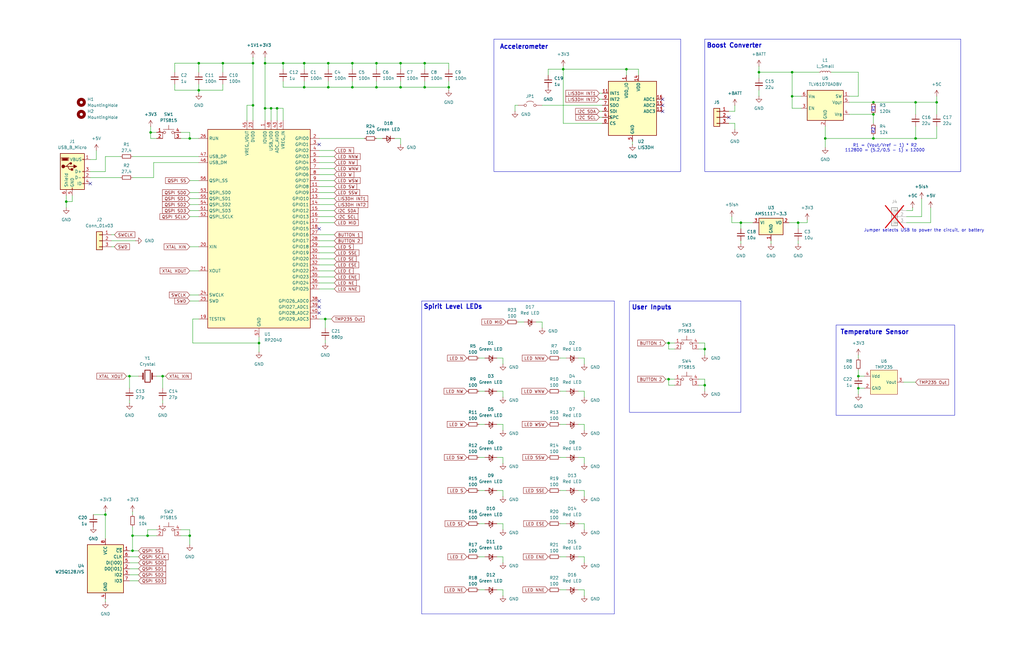
<source format=kicad_sch>
(kicad_sch (version 20231120) (generator "eeschema") (generator_version "8.0")
  (paper "B")
  (title_block (title "Christmas Ornament 2024") (date "2024-11-25") (company "Jacob Antoun"))
  (junction (at 111.76 45.72))
  (junction (at 281.94 160.02))
  (junction (at 83.82 38.1))
  (junction (at 80.01 226.06))
  (junction (at 237.49 29.21))
  (junction (at 264.16 29.21))
  (junction (at 361.95 158.75))
  (junction (at 106.68 26.67))
  (junction (at 111.76 26.67))
  (junction (at 63.5 55.88))
  (junction (at 168.91 36.83))
  (junction (at 68.58 158.75))
  (junction (at 368.3 43.18))
  (junction (at 138.43 26.67))
  (junction (at 109.22 144.78))
  (junction (at 168.91 26.67))
  (junction (at 179.07 26.67))
  (junction (at 158.75 26.67))
  (junction (at 27.94 85.09))
  (junction (at 93.98 26.67))
  (junction (at 55.88 232.41))
  (junction (at 361.95 163.83))
  (junction (at 368.3 48.26))
  (junction (at 62.23 226.06))
  (junction (at 386.08 43.18))
  (junction (at 83.82 26.67))
  (junction (at 368.3 58.42))
  (junction (at 320.04 30.48))
  (junction (at 336.55 93.98))
  (junction (at 148.59 36.83))
  (junction (at 128.27 26.67))
  (junction (at 158.75 36.83))
  (junction (at 281.94 144.78))
  (junction (at 297.18 147.32))
  (junction (at 80.01 58.42))
  (junction (at 394.97 43.18))
  (junction (at 179.07 36.83))
  (junction (at 55.88 226.06))
  (junction (at 116.84 45.72))
  (junction (at 347.98 58.42))
  (junction (at 106.68 44.45))
  (junction (at 44.45 217.17))
  (junction (at 128.27 36.83))
  (junction (at 312.42 93.98))
  (junction (at 54.61 158.75))
  (junction (at 189.23 36.83))
  (junction (at 138.43 36.83))
  (junction (at 297.18 162.56))
  (junction (at 334.01 30.48))
  (junction (at 148.59 26.67))
  (junction (at 334.01 40.64))
  (junction (at 114.3 45.72))
  (junction (at 137.16 134.62))
  (junction (at 386.08 58.42))
  (junction (at 119.38 26.67))
  (no_connect (at 279.4 46.99))
  (no_connect (at 307.34 49.53))
  (no_connect (at 134.62 132.08))
  (no_connect (at 134.62 129.54))
  (no_connect (at 38.1 77.47))
  (no_connect (at 279.4 44.45))
  (no_connect (at 279.4 41.91))
  (no_connect (at 134.62 96.52))
  (no_connect (at 134.62 127))
  (no_connect (at 134.62 60.96))
  (wire (pts (xy 134.62 73.66) (xy 140.97 73.66)))
  (wire (pts (xy 179.07 34.29) (xy 179.07 36.83)))
  (wire (pts (xy 246.38 223.52) (xy 246.38 220.98)))
  (wire (pts (xy 106.68 26.67) (xy 93.98 26.67)))
  (wire (pts (xy 320.04 38.1) (xy 320.04 40.64)))
  (wire (pts (xy 297.18 149.86) (xy 297.18 147.32)))
  (wire (pts (xy 361.95 163.83) (xy 364.49 163.83)))
  (wire (pts (xy 55.88 226.06) (xy 55.88 232.41)))
  (wire (pts (xy 246.38 193.04) (xy 243.84 193.04)))
  (wire (pts (xy 297.18 144.78) (xy 294.64 144.78)))
  (wire (pts (xy 44.45 215.9) (xy 44.45 217.17)))
  (wire (pts (xy 138.43 26.67) (xy 138.43 29.21)))
  (wire (pts (xy 334.01 45.72) (xy 334.01 40.64)))
  (wire (pts (xy 80.01 127) (xy 83.82 127)))
  (wire (pts (xy 384.81 88.9) (xy 382.27 88.9)))
  (wire (pts (xy 116.84 45.72) (xy 114.3 45.72)))
  (wire (pts (xy 64.77 74.93) (xy 55.88 74.93)))
  (wire (pts (xy 361.95 166.37) (xy 361.95 163.83)))
  (wire (pts (xy 236.22 179.07) (xy 238.76 179.07)))
  (wire (pts (xy 246.38 179.07) (xy 243.84 179.07)))
  (wire (pts (xy 217.17 46.99) (xy 217.17 44.45)))
  (wire (pts (xy 297.18 160.02) (xy 294.64 160.02)))
  (wire (pts (xy 80.01 229.87) (xy 80.01 226.06)))
  (wire (pts (xy 114.3 45.72) (xy 111.76 45.72)))
  (wire (pts (xy 134.62 88.9) (xy 140.97 88.9)))
  (wire (pts (xy 189.23 34.29) (xy 189.23 36.83)))
  (wire (pts (xy 81.28 134.62) (xy 81.28 144.78)))
  (wire (pts (xy 80.01 86.36) (xy 83.82 86.36)))
  (wire (pts (xy 27.94 85.09) (xy 30.48 85.09)))
  (wire (pts (xy 392.43 87.63) (xy 392.43 93.98)))
  (wire (pts (xy 80.01 223.52) (xy 76.2 223.52)))
  (wire (pts (xy 340.36 92.71) (xy 340.36 93.98)))
  (wire (pts (xy 158.75 58.42) (xy 161.29 58.42)))
  (wire (pts (xy 284.48 147.32) (xy 281.94 147.32)))
  (wire (pts (xy 236.22 207.01) (xy 238.76 207.01)))
  (wire (pts (xy 228.6 135.89) (xy 226.06 135.89)))
  (wire (pts (xy 111.76 26.67) (xy 119.38 26.67)))
  (wire (pts (xy 80.01 55.88) (xy 80.01 58.42)))
  (wire (pts (xy 312.42 93.98) (xy 312.42 96.52)))
  (wire (pts (xy 168.91 36.83) (xy 158.75 36.83)))
  (wire (pts (xy 386.08 58.42) (xy 368.3 58.42)))
  (wire (pts (xy 134.62 76.2) (xy 140.97 76.2)))
  (wire (pts (xy 83.82 134.62) (xy 81.28 134.62)))
  (wire (pts (xy 168.91 26.67) (xy 168.91 29.21)))
  (wire (pts (xy 297.18 165.1) (xy 297.18 162.56)))
  (wire (pts (xy 106.68 24.13) (xy 106.68 26.67)))
  (wire (pts (xy 44.45 72.39) (xy 44.45 66.04)))
  (wire (pts (xy 212.09 209.55) (xy 212.09 207.01)))
  (wire (pts (xy 134.62 93.98) (xy 140.97 93.98)))
  (wire (pts (xy 394.97 53.34) (xy 394.97 58.42)))
  (wire (pts (xy 134.62 114.3) (xy 140.97 114.3)))
  (wire (pts (xy 388.62 91.44) (xy 382.27 91.44)))
  (wire (pts (xy 81.28 144.78) (xy 109.22 144.78)))
  (wire (pts (xy 168.91 58.42) (xy 166.37 58.42)))
  (wire (pts (xy 212.09 248.92) (xy 209.55 248.92)))
  (wire (pts (xy 392.43 93.98) (xy 382.27 93.98)))
  (wire (pts (xy 237.49 29.21) (xy 237.49 52.07)))
  (wire (pts (xy 394.97 40.64) (xy 394.97 43.18)))
  (wire (pts (xy 266.7 59.69) (xy 266.7 60.96)))
  (wire (pts (xy 64.77 68.58) (xy 83.82 68.58)))
  (wire (pts (xy 347.98 58.42) (xy 347.98 62.23)))
  (wire (pts (xy 347.98 53.34) (xy 347.98 58.42)))
  (wire (pts (xy 39.37 217.17) (xy 44.45 217.17)))
  (wire (pts (xy 80.01 124.46) (xy 83.82 124.46)))
  (wire (pts (xy 231.14 29.21) (xy 237.49 29.21)))
  (wire (pts (xy 104.14 50.8) (xy 104.14 44.45)))
  (wire (pts (xy 111.76 45.72) (xy 111.76 50.8)))
  (wire (pts (xy 236.22 220.98) (xy 238.76 220.98)))
  (wire (pts (xy 137.16 134.62) (xy 137.16 138.43)))
  (wire (pts (xy 320.04 27.94) (xy 320.04 30.48)))
  (wire (pts (xy 134.62 99.06) (xy 140.97 99.06)))
  (wire (pts (xy 55.88 222.25) (xy 55.88 226.06)))
  (wire (pts (xy 394.97 43.18) (xy 386.08 43.18)))
  (wire (pts (xy 252.73 49.53) (xy 254 49.53)))
  (wire (pts (xy 236.22 234.95) (xy 238.76 234.95)))
  (wire (pts (xy 212.09 195.58) (xy 212.09 193.04)))
  (wire (pts (xy 347.98 58.42) (xy 368.3 58.42)))
  (wire (pts (xy 134.62 106.68) (xy 140.97 106.68)))
  (wire (pts (xy 40.64 63.5) (xy 40.64 67.31)))
  (wire (pts (xy 68.58 158.75) (xy 69.85 158.75)))
  (wire (pts (xy 386.08 58.42) (xy 394.97 58.42)))
  (wire (pts (xy 46.99 101.6) (xy 57.15 101.6)))
  (wire (pts (xy 246.38 237.49) (xy 246.38 234.95)))
  (wire (pts (xy 212.09 153.67) (xy 212.09 151.13)))
  (wire (pts (xy 281.94 160.02) (xy 284.48 160.02)))
  (wire (pts (xy 148.59 26.67) (xy 148.59 29.21)))
  (wire (pts (xy 134.62 104.14) (xy 140.97 104.14)))
  (wire (pts (xy 80.01 104.14) (xy 83.82 104.14)))
  (wire (pts (xy 62.23 226.06) (xy 66.04 226.06)))
  (wire (pts (xy 80.01 88.9) (xy 83.82 88.9)))
  (wire (pts (xy 54.61 242.57) (xy 58.42 242.57)))
  (wire (pts (xy 134.62 116.84) (xy 140.97 116.84)))
  (wire (pts (xy 218.44 135.89) (xy 220.98 135.89)))
  (wire (pts (xy 73.66 26.67) (xy 83.82 26.67)))
  (wire (pts (xy 63.5 55.88) (xy 63.5 58.42)))
  (wire (pts (xy 106.68 26.67) (xy 106.68 44.45)))
  (wire (pts (xy 134.62 81.28) (xy 140.97 81.28)))
  (wire (pts (xy 252.73 41.91) (xy 254 41.91)))
  (wire (pts (xy 116.84 45.72) (xy 119.38 45.72)))
  (wire (pts (xy 63.5 53.34) (xy 63.5 55.88)))
  (wire (pts (xy 134.62 58.42) (xy 153.67 58.42)))
  (wire (pts (xy 236.22 248.92) (xy 238.76 248.92)))
  (wire (pts (xy 54.61 245.11) (xy 58.42 245.11)))
  (wire (pts (xy 246.38 151.13) (xy 243.84 151.13)))
  (wire (pts (xy 386.08 53.34) (xy 386.08 58.42)))
  (wire (pts (xy 201.93 151.13) (xy 204.47 151.13)))
  (wire (pts (xy 361.95 40.64) (xy 358.14 40.64)))
  (wire (pts (xy 64.77 68.58) (xy 64.77 74.93)))
  (wire (pts (xy 201.93 179.07) (xy 204.47 179.07)))
  (wire (pts (xy 237.49 29.21) (xy 264.16 29.21)))
  (wire (pts (xy 179.07 36.83) (xy 168.91 36.83)))
  (wire (pts (xy 168.91 34.29) (xy 168.91 36.83)))
  (wire (pts (xy 212.09 193.04) (xy 209.55 193.04)))
  (wire (pts (xy 297.18 147.32) (xy 297.18 144.78)))
  (wire (pts (xy 116.84 45.72) (xy 116.84 50.8)))
  (wire (pts (xy 384.81 87.63) (xy 384.81 88.9)))
  (wire (pts (xy 212.09 181.61) (xy 212.09 179.07)))
  (wire (pts (xy 30.48 85.09) (xy 30.48 82.55)))
  (wire (pts (xy 119.38 36.83) (xy 128.27 36.83)))
  (wire (pts (xy 336.55 93.98) (xy 332.74 93.98)))
  (wire (pts (xy 358.14 43.18) (xy 368.3 43.18)))
  (wire (pts (xy 27.94 82.55) (xy 27.94 85.09)))
  (wire (pts (xy 38.1 74.93) (xy 50.8 74.93)))
  (wire (pts (xy 80.01 58.42) (xy 83.82 58.42)))
  (wire (pts (xy 54.61 234.95) (xy 58.42 234.95)))
  (wire (pts (xy 236.22 165.1) (xy 238.76 165.1)))
  (wire (pts (xy 189.23 26.67) (xy 189.23 29.21)))
  (wire (pts (xy 93.98 38.1) (xy 83.82 38.1)))
  (wire (pts (xy 246.38 153.67) (xy 246.38 151.13)))
  (wire (pts (xy 119.38 34.29) (xy 119.38 36.83)))
  (wire (pts (xy 54.61 168.91) (xy 54.61 170.18)))
  (wire (pts (xy 246.38 248.92) (xy 243.84 248.92)))
  (wire (pts (xy 134.62 119.38) (xy 140.97 119.38)))
  (wire (pts (xy 158.75 36.83) (xy 148.59 36.83)))
  (wire (pts (xy 138.43 26.67) (xy 148.59 26.67)))
  (wire (pts (xy 134.62 91.44) (xy 140.97 91.44)))
  (wire (pts (xy 128.27 36.83) (xy 128.27 34.29)))
  (wire (pts (xy 68.58 168.91) (xy 68.58 170.18)))
  (wire (pts (xy 54.61 232.41) (xy 55.88 232.41)))
  (wire (pts (xy 73.66 35.56) (xy 73.66 38.1)))
  (wire (pts (xy 281.94 144.78) (xy 284.48 144.78)))
  (wire (pts (xy 246.38 167.64) (xy 246.38 165.1)))
  (wire (pts (xy 73.66 30.48) (xy 73.66 26.67)))
  (wire (pts (xy 104.14 44.45) (xy 106.68 44.45)))
  (wire (pts (xy 361.95 158.75) (xy 364.49 158.75)))
  (wire (pts (xy 388.62 83.82) (xy 388.62 91.44)))
  (wire (pts (xy 54.61 237.49) (xy 58.42 237.49)))
  (wire (pts (xy 83.82 38.1) (xy 83.82 39.37)))
  (wire (pts (xy 340.36 93.98) (xy 336.55 93.98)))
  (wire (pts (xy 55.88 66.04) (xy 83.82 66.04)))
  (wire (pts (xy 109.22 142.24) (xy 109.22 144.78)))
  (wire (pts (xy 246.38 209.55) (xy 246.38 207.01)))
  (wire (pts (xy 309.88 52.07) (xy 307.34 52.07)))
  (wire (pts (xy 80.01 83.82) (xy 83.82 83.82)))
  (wire (pts (xy 320.04 30.48) (xy 334.01 30.48)))
  (wire (pts (xy 158.75 26.67) (xy 168.91 26.67)))
  (wire (pts (xy 179.07 26.67) (xy 179.07 29.21)))
  (wire (pts (xy 308.61 91.44) (xy 308.61 93.98)))
  (wire (pts (xy 54.61 158.75) (xy 54.61 163.83)))
  (wire (pts (xy 138.43 34.29) (xy 138.43 36.83)))
  (wire (pts (xy 264.16 29.21) (xy 264.16 31.75)))
  (wire (pts (xy 111.76 26.67) (xy 111.76 45.72)))
  (wire (pts (xy 336.55 96.52) (xy 336.55 93.98)))
  (wire (pts (xy 254 52.07) (xy 237.49 52.07)))
  (wire (pts (xy 158.75 26.67) (xy 158.75 29.21)))
  (wire (pts (xy 361.95 149.86) (xy 361.95 151.13)))
  (wire (pts (xy 246.38 165.1) (xy 243.84 165.1)))
  (wire (pts (xy 368.3 43.18) (xy 386.08 43.18)))
  (wire (pts (xy 334.01 40.64) (xy 337.82 40.64)))
  (wire (pts (xy 76.2 58.42) (xy 80.01 58.42)))
  (wire (pts (xy 168.91 60.96) (xy 168.91 58.42)))
  (wire (pts (xy 312.42 101.6) (xy 312.42 102.87)))
  (wire (pts (xy 138.43 36.83) (xy 128.27 36.83)))
  (wire (pts (xy 228.6 138.43) (xy 228.6 135.89)))
  (wire (pts (xy 106.68 44.45) (xy 106.68 50.8)))
  (wire (pts (xy 54.61 158.75) (xy 58.42 158.75)))
  (wire (pts (xy 148.59 26.67) (xy 158.75 26.67)))
  (wire (pts (xy 309.88 54.61) (xy 309.88 52.07)))
  (wire (pts (xy 309.88 44.45) (xy 309.88 46.99)))
  (wire (pts (xy 62.23 226.06) (xy 55.88 226.06)))
  (wire (pts (xy 212.09 179.07) (xy 209.55 179.07)))
  (wire (pts (xy 111.76 24.13) (xy 111.76 26.67)))
  (wire (pts (xy 228.6 44.45) (xy 254 44.45)))
  (wire (pts (xy 201.93 207.01) (xy 204.47 207.01)))
  (wire (pts (xy 345.44 30.48) (xy 334.01 30.48)))
  (wire (pts (xy 134.62 111.76) (xy 140.97 111.76)))
  (wire (pts (xy 168.91 26.67) (xy 179.07 26.67)))
  (wire (pts (xy 336.55 101.6) (xy 336.55 102.87)))
  (wire (pts (xy 212.09 167.64) (xy 212.09 165.1)))
  (wire (pts (xy 46.99 104.14) (xy 48.26 104.14)))
  (wire (pts (xy 237.49 27.94) (xy 237.49 29.21)))
  (wire (pts (xy 236.22 151.13) (xy 238.76 151.13)))
  (wire (pts (xy 350.52 30.48) (xy 361.95 30.48)))
  (wire (pts (xy 179.07 26.67) (xy 189.23 26.67)))
  (wire (pts (xy 134.62 71.12) (xy 140.97 71.12)))
  (wire (pts (xy 212.09 234.95) (xy 209.55 234.95)))
  (wire (pts (xy 212.09 251.46) (xy 212.09 248.92)))
  (wire (pts (xy 137.16 134.62) (xy 139.7 134.62)))
  (wire (pts (xy 252.73 46.99) (xy 254 46.99)))
  (wire (pts (xy 368.3 48.26) (xy 368.3 52.07)))
  (wire (pts (xy 134.62 121.92) (xy 140.97 121.92)))
  (wire (pts (xy 62.23 223.52) (xy 62.23 226.06)))
  (wire (pts (xy 294.64 147.32) (xy 297.18 147.32)))
  (wire (pts (xy 134.62 66.04) (xy 140.97 66.04)))
  (wire (pts (xy 134.62 134.62) (xy 137.16 134.62)))
  (wire (pts (xy 212.09 165.1) (xy 209.55 165.1)))
  (wire (pts (xy 134.62 63.5) (xy 140.97 63.5)))
  (wire (pts (xy 55.88 232.41) (xy 58.42 232.41)))
  (wire (pts (xy 134.62 83.82) (xy 140.97 83.82)))
  (wire (pts (xy 119.38 29.21) (xy 119.38 26.67)))
  (wire (pts (xy 246.38 195.58) (xy 246.38 193.04)))
  (wire (pts (xy 325.12 101.6) (xy 325.12 102.87)))
  (wire (pts (xy 63.5 58.42) (xy 66.04 58.42)))
  (wire (pts (xy 312.42 93.98) (xy 317.5 93.98)))
  (wire (pts (xy 280.67 160.02) (xy 281.94 160.02)))
  (wire (pts (xy 394.97 48.26) (xy 394.97 43.18)))
  (wire (pts (xy 337.82 45.72) (xy 334.01 45.72)))
  (wire (pts (xy 128.27 26.67) (xy 128.27 29.21)))
  (wire (pts (xy 217.17 44.45) (xy 218.44 44.45)))
  (wire (pts (xy 68.58 163.83) (xy 68.58 158.75)))
  (wire (pts (xy 63.5 55.88) (xy 66.04 55.88)))
  (wire (pts (xy 308.61 93.98) (xy 312.42 93.98)))
  (wire (pts (xy 297.18 162.56) (xy 297.18 160.02)))
  (wire (pts (xy 246.38 207.01) (xy 243.84 207.01)))
  (wire (pts (xy 119.38 50.8) (xy 119.38 45.72)))
  (wire (pts (xy 93.98 26.67) (xy 93.98 30.48)))
  (wire (pts (xy 246.38 181.61) (xy 246.38 179.07)))
  (wire (pts (xy 201.93 220.98) (xy 204.47 220.98)))
  (wire (pts (xy 212.09 151.13) (xy 209.55 151.13)))
  (wire (pts (xy 80.01 226.06) (xy 80.01 223.52)))
  (wire (pts (xy 246.38 234.95) (xy 243.84 234.95)))
  (wire (pts (xy 55.88 215.9) (xy 55.88 217.17)))
  (wire (pts (xy 381 161.29) (xy 386.08 161.29)))
  (wire (pts (xy 80.01 81.28) (xy 83.82 81.28)))
  (wire (pts (xy 201.93 234.95) (xy 204.47 234.95)))
  (wire (pts (xy 93.98 35.56) (xy 93.98 38.1)))
  (wire (pts (xy 148.59 36.83) (xy 138.43 36.83)))
  (wire (pts (xy 80.01 76.2) (xy 83.82 76.2)))
  (wire (pts (xy 252.73 39.37) (xy 254 39.37)))
  (wire (pts (xy 40.64 67.31) (xy 38.1 67.31)))
  (wire (pts (xy 212.09 220.98) (xy 209.55 220.98)))
  (wire (pts (xy 80.01 114.3) (xy 83.82 114.3)))
  (wire (pts (xy 246.38 220.98) (xy 243.84 220.98)))
  (wire (pts (xy 158.75 34.29) (xy 158.75 36.83)))
  (wire (pts (xy 83.82 35.56) (xy 83.82 38.1)))
  (wire (pts (xy 134.62 101.6) (xy 140.97 101.6)))
  (wire (pts (xy 334.01 30.48) (xy 334.01 40.64)))
  (wire (pts (xy 358.14 48.26) (xy 368.3 48.26)))
  (wire (pts (xy 309.88 46.99) (xy 307.34 46.99)))
  (wire (pts (xy 246.38 251.46) (xy 246.38 248.92)))
  (wire (pts (xy 264.16 29.21) (xy 269.24 29.21)))
  (wire (pts (xy 54.61 240.03) (xy 58.42 240.03)))
  (wire (pts (xy 134.62 78.74) (xy 140.97 78.74)))
  (wire (pts (xy 189.23 36.83) (xy 189.23 38.1)))
  (wire (pts (xy 280.67 144.78) (xy 281.94 144.78)))
  (wire (pts (xy 119.38 26.67) (xy 128.27 26.67)))
  (wire (pts (xy 80.01 91.44) (xy 83.82 91.44)))
  (wire (pts (xy 134.62 109.22) (xy 140.97 109.22)))
  (wire (pts (xy 361.95 156.21) (xy 361.95 158.75)))
  (wire (pts (xy 53.34 158.75) (xy 54.61 158.75)))
  (wire (pts (xy 212.09 237.49) (xy 212.09 234.95)))
  (wire (pts (xy 201.93 193.04) (xy 204.47 193.04)))
  (wire (pts (xy 386.08 43.18) (xy 386.08 48.26)))
  (wire (pts (xy 201.93 165.1) (xy 204.47 165.1)))
  (wire (pts (xy 361.95 30.48) (xy 361.95 40.64)))
  (wire (pts (xy 189.23 36.83) (xy 179.07 36.83)))
  (wire (pts (xy 44.45 217.17) (xy 44.45 227.33)))
  (wire (pts (xy 44.45 252.73) (xy 44.45 254)))
  (wire (pts (xy 66.04 223.52) (xy 62.23 223.52)))
  (wire (pts (xy 76.2 226.06) (xy 80.01 226.06)))
  (wire (pts (xy 201.93 248.92) (xy 204.47 248.92)))
  (wire (pts (xy 368.3 57.15) (xy 368.3 58.42)))
  (wire (pts (xy 76.2 55.88) (xy 80.01 55.88)))
  (wire (pts (xy 231.14 31.75) (xy 231.14 29.21)))
  (wire (pts (xy 44.45 66.04) (xy 50.8 66.04)))
  (wire (pts (xy 109.22 144.78) (xy 109.22 148.59)))
  (wire (pts (xy 148.59 34.29) (xy 148.59 36.83)))
  (wire (pts (xy 137.16 143.51) (xy 137.16 144.78)))
  (wire (pts (xy 83.82 26.67) (xy 83.82 30.48)))
  (wire (pts (xy 236.22 193.04) (xy 238.76 193.04)))
  (wire (pts (xy 73.66 38.1) (xy 83.82 38.1)))
  (wire (pts (xy 294.64 162.56) (xy 297.18 162.56)))
  (wire (pts (xy 128.27 26.67) (xy 138.43 26.67)))
  (wire (pts (xy 284.48 162.56) (xy 281.94 162.56)))
  (wire (pts (xy 114.3 45.72) (xy 114.3 50.8)))
  (wire (pts (xy 46.99 99.06) (xy 48.26 99.06)))
  (wire (pts (xy 93.98 26.67) (xy 83.82 26.67)))
  (wire (pts (xy 66.04 158.75) (xy 68.58 158.75)))
  (wire (pts (xy 320.04 33.02) (xy 320.04 30.48)))
  (wire (pts (xy 38.1 72.39) (xy 44.45 72.39)))
  (wire (pts (xy 269.24 29.21) (xy 269.24 31.75)))
  (wire (pts (xy 134.62 86.36) (xy 140.97 86.36)))
  (wire (pts (xy 27.94 85.09) (xy 27.94 87.63)))
  (wire (pts (xy 281.94 144.78) (xy 281.94 147.32)))
  (wire (pts (xy 134.62 68.58) (xy 140.97 68.58)))
  (wire (pts (xy 212.09 223.52) (xy 212.09 220.98)))
  (wire (pts (xy 281.94 160.02) (xy 281.94 162.56)))
  (wire (pts (xy 212.09 207.01) (xy 209.55 207.01)))
  (rectangle (start 297.18 16.51) (end 405.13 72.39))
  (rectangle (start 177.8 127) (end 259.08 259.08))
  (rectangle (start 208.28 16.51) (end 287.02 72.39))
  (rectangle (start 265.43 127) (end 312.42 173.99))
  (rectangle (start 352.552 137.16) (end 402.59 175.26))
  (text "Temperature Sensor" (at 368.808 140.208 0) (effects (font (size 1.905 1.905) (thickness 0.381) (bold yes))))
  (text "Boost Converter" (at 309.626 19.304 0) (effects (font (size 1.905 1.905) (thickness 0.381) (bold yes))))
  (text "Accelerometer" (at 220.98 19.812 0) (effects (font (size 1.905 1.905) (thickness 0.381) (bold yes))))
  (text "Spirit Level LEDs" (at 191.008 129.54 0) (effects (font (size 1.905 1.905) (thickness 0.381) (bold yes))))
  (text "Jumper selects USB to power the circuit, or battery" (at 389.636 97.282 0) (effects (font (size 1.27 1.27))))
  (text "R1 = (Vout/Vref - 1) * R2\n112800 = (5.2/0.5 - 1) x 12000" (at 373.126 62.484 0) (effects (font (size 1.27 1.27))))
  (text "User Inputs" (at 274.828 129.794 0) (effects (font (size 1.905 1.905) (thickness 0.381) (bold yes))))
  (text "R1" (at 368.3 45.974 90) (effects (font (size 1.27 1.27))))
  (text "R2" (at 368.3 55.118 90) (effects (font (size 1.27 1.27))))
  (global_label "SWD" (shape input) (at 80.01 127 180) (property "Intersheetrefs" "${INTERSHEET_REFS}" (effects (hide yes))))
  (global_label "QSPI SD2" (shape input) (at 58.42 242.57 0) (property "Intersheetrefs" "${INTERSHEET_REFS}" (effects (hide yes))))
  (global_label "LED W" (shape input) (at 196.85 179.07 180) (property "Intersheetrefs" "${INTERSHEET_REFS}" (effects (hide yes))))
  (global_label "SWCLK" (shape input) (at 80.01 124.46 180) (property "Intersheetrefs" "${INTERSHEET_REFS}" (effects (hide yes))))
  (global_label "BUTTON 2" (shape input) (at 280.67 160.02 180) (property "Intersheetrefs" "${INTERSHEET_REFS}" (effects (hide yes))))
  (global_label "LED ENE" (shape input) (at 140.97 116.84 0) (property "Intersheetrefs" "${INTERSHEET_REFS}" (effects (hide yes))))
  (global_label "BUTTON 1" (shape input) (at 280.67 144.78 180) (property "Intersheetrefs" "${INTERSHEET_REFS}" (effects (hide yes))))
  (global_label "LED E" (shape input) (at 140.97 114.3 0) (property "Intersheetrefs" "${INTERSHEET_REFS}" (effects (hide yes))))
  (global_label "LED E" (shape input) (at 196.85 234.95 180) (property "Intersheetrefs" "${INTERSHEET_REFS}" (effects (hide yes))))
  (global_label "XTAL XIN" (shape input) (at 69.85 158.75 0) (property "Intersheetrefs" "${INTERSHEET_REFS}" (effects (hide yes))))
  (global_label "QSPI SD0" (shape input) (at 58.42 237.49 0) (property "Intersheetrefs" "${INTERSHEET_REFS}" (effects (hide yes))))
  (global_label "LED SW" (shape input) (at 196.85 193.04 180) (property "Intersheetrefs" "${INTERSHEET_REFS}" (effects (hide yes))))
  (global_label "TMP235 Out" (shape input) (at 386.08 161.29 0) (property "Intersheetrefs" "${INTERSHEET_REFS}" (effects (hide yes))))
  (global_label "I2C SCL" (shape input) (at 252.73 49.53 180) (property "Intersheetrefs" "${INTERSHEET_REFS}" (effects (hide yes))))
  (global_label "SWCLK" (shape input) (at 48.26 99.06 0) (property "Intersheetrefs" "${INTERSHEET_REFS}" (effects (hide yes))))
  (global_label "LED NE" (shape input) (at 140.97 119.38 0) (property "Intersheetrefs" "${INTERSHEET_REFS}" (effects (hide yes))))
  (global_label "LED WNW" (shape input) (at 140.97 71.12 0) (property "Intersheetrefs" "${INTERSHEET_REFS}" (effects (hide yes))))
  (global_label "I2C SDA" (shape input) (at 140.97 88.9 0) (property "Intersheetrefs" "${INTERSHEET_REFS}" (effects (hide yes))))
  (global_label "LED NE" (shape input) (at 196.85 248.92 180) (property "Intersheetrefs" "${INTERSHEET_REFS}" (effects (hide yes))))
  (global_label "I2C SCL" (shape input) (at 140.97 91.44 0) (property "Intersheetrefs" "${INTERSHEET_REFS}" (effects (hide yes))))
  (global_label "QSPI SCLK" (shape input) (at 58.42 234.95 0) (property "Intersheetrefs" "${INTERSHEET_REFS}" (effects (hide yes))))
  (global_label "LED SW" (shape input) (at 140.97 78.74 0) (property "Intersheetrefs" "${INTERSHEET_REFS}" (effects (hide yes))))
  (global_label "LED SSE" (shape input) (at 231.14 207.01 180) (property "Intersheetrefs" "${INTERSHEET_REFS}" (effects (hide yes))))
  (global_label "LED SSW" (shape input) (at 140.97 81.28 0) (property "Intersheetrefs" "${INTERSHEET_REFS}" (effects (hide yes))))
  (global_label "LED ESE" (shape input) (at 231.14 220.98 180) (property "Intersheetrefs" "${INTERSHEET_REFS}" (effects (hide yes))))
  (global_label "BUTTON 1" (shape input) (at 140.97 99.06 0) (property "Intersheetrefs" "${INTERSHEET_REFS}" (effects (hide yes))))
  (global_label "LED SE" (shape input) (at 140.97 109.22 0) (property "Intersheetrefs" "${INTERSHEET_REFS}" (effects (hide yes))))
  (global_label "LED NNE" (shape input) (at 231.14 248.92 180) (property "Intersheetrefs" "${INTERSHEET_REFS}" (effects (hide yes))))
  (global_label "XTAL XIN" (shape input) (at 80.01 104.14 180) (property "Intersheetrefs" "${INTERSHEET_REFS}" (effects (hide yes))))
  (global_label "LED N" (shape input) (at 140.97 63.5 0) (property "Intersheetrefs" "${INTERSHEET_REFS}" (effects (hide yes))))
  (global_label "LIS3DH INT2" (shape input) (at 252.73 41.91 180) (property "Intersheetrefs" "${INTERSHEET_REFS}" (effects (hide yes))))
  (global_label "LED SSE" (shape input) (at 140.97 106.68 0) (property "Intersheetrefs" "${INTERSHEET_REFS}" (effects (hide yes))))
  (global_label "LED WSW" (shape input) (at 140.97 76.2 0) (property "Intersheetrefs" "${INTERSHEET_REFS}" (effects (hide yes))))
  (global_label "QSPI SD3" (shape input) (at 58.42 245.11 0) (property "Intersheetrefs" "${INTERSHEET_REFS}" (effects (hide yes))))
  (global_label "LED ENE" (shape input) (at 231.14 234.95 180) (property "Intersheetrefs" "${INTERSHEET_REFS}" (effects (hide yes))))
  (global_label "LED S" (shape input) (at 140.97 104.14 0) (property "Intersheetrefs" "${INTERSHEET_REFS}" (effects (hide yes))))
  (global_label "LIS3DH INT1" (shape input) (at 252.73 39.37 180) (property "Intersheetrefs" "${INTERSHEET_REFS}" (effects (hide yes))))
  (global_label "QSPI SS" (shape input) (at 58.42 232.41 0) (property "Intersheetrefs" "${INTERSHEET_REFS}" (effects (hide yes))))
  (global_label "LED ESE" (shape input) (at 140.97 111.76 0) (property "Intersheetrefs" "${INTERSHEET_REFS}" (effects (hide yes))))
  (global_label "QSPI SCLK" (shape input) (at 80.01 91.44 180) (property "Intersheetrefs" "${INTERSHEET_REFS}" (effects (hide yes))))
  (global_label "XTAL XOUT" (shape input) (at 53.34 158.75 180) (property "Intersheetrefs" "${INTERSHEET_REFS}" (effects (hide yes))))
  (global_label "QSPI SD1" (shape input) (at 80.01 83.82 180) (property "Intersheetrefs" "${INTERSHEET_REFS}" (effects (hide yes))))
  (global_label "LED WSW" (shape input) (at 231.14 179.07 180) (property "Intersheetrefs" "${INTERSHEET_REFS}" (effects (hide yes))))
  (global_label "LED N" (shape input) (at 196.85 151.13 180) (property "Intersheetrefs" "${INTERSHEET_REFS}" (effects (hide yes))))
  (global_label "LED NNW" (shape input) (at 140.97 66.04 0) (property "Intersheetrefs" "${INTERSHEET_REFS}" (effects (hide yes))))
  (global_label "LED W" (shape input) (at 140.97 73.66 0) (property "Intersheetrefs" "${INTERSHEET_REFS}" (effects (hide yes))))
  (global_label "LED NNW" (shape input) (at 231.14 151.13 180) (property "Intersheetrefs" "${INTERSHEET_REFS}" (effects (hide yes))))
  (global_label "LED MID" (shape input) (at 140.97 93.98 0) (property "Intersheetrefs" "${INTERSHEET_REFS}" (effects (hide yes))))
  (global_label "XTAL XOUT" (shape input) (at 80.01 114.3 180) (property "Intersheetrefs" "${INTERSHEET_REFS}" (effects (hide yes))))
  (global_label "QSPI SD3" (shape input) (at 80.01 88.9 180) (property "Intersheetrefs" "${INTERSHEET_REFS}" (effects (hide yes))))
  (global_label "LED MID" (shape input) (at 213.36 135.89 180) (property "Intersheetrefs" "${INTERSHEET_REFS}" (effects (hide yes))))
  (global_label "SWD" (shape input) (at 48.26 104.14 0) (property "Intersheetrefs" "${INTERSHEET_REFS}" (effects (hide yes))))
  (global_label "QSPI SD1" (shape input) (at 58.42 240.03 0) (property "Intersheetrefs" "${INTERSHEET_REFS}" (effects (hide yes))))
  (global_label "QSPI SD2" (shape input) (at 80.01 86.36 180) (property "Intersheetrefs" "${INTERSHEET_REFS}" (effects (hide yes))))
  (global_label "QSPI SS" (shape input) (at 80.01 76.2 180) (property "Intersheetrefs" "${INTERSHEET_REFS}" (effects (hide yes))))
  (global_label "LED WNW" (shape input) (at 231.14 165.1 180) (property "Intersheetrefs" "${INTERSHEET_REFS}" (effects (hide yes))))
  (global_label "TMP235 Out" (shape input) (at 139.7 134.62 0) (property "Intersheetrefs" "${INTERSHEET_REFS}" (effects (hide yes))))
  (global_label "LED NW" (shape input) (at 196.85 165.1 180) (property "Intersheetrefs" "${INTERSHEET_REFS}" (effects (hide yes))))
  (global_label "LED SE" (shape input) (at 196.85 220.98 180) (property "Intersheetrefs" "${INTERSHEET_REFS}" (effects (hide yes))))
  (global_label "LED NNE" (shape input) (at 140.97 121.92 0) (property "Intersheetrefs" "${INTERSHEET_REFS}" (effects (hide yes))))
  (global_label "LED SSW" (shape input) (at 231.14 193.04 180) (property "Intersheetrefs" "${INTERSHEET_REFS}" (effects (hide yes))))
  (global_label "LIS3DH INT2" (shape input) (at 140.97 86.36 0) (property "Intersheetrefs" "${INTERSHEET_REFS}" (effects (hide yes))))
  (global_label "LED S" (shape input) (at 196.85 207.01 180) (property "Intersheetrefs" "${INTERSHEET_REFS}" (effects (hide yes))))
  (global_label "BUTTON 2" (shape input) (at 140.97 101.6 0) (property "Intersheetrefs" "${INTERSHEET_REFS}" (effects (hide yes))))
  (global_label "LED NW" (shape input) (at 140.97 68.58 0) (property "Intersheetrefs" "${INTERSHEET_REFS}" (effects (hide yes))))
  (global_label "LIS3DH INT1" (shape input) (at 140.97 83.82 0) (property "Intersheetrefs" "${INTERSHEET_REFS}" (effects (hide yes))))
  (global_label "I2C SDA" (shape input) (at 252.73 46.99 180) (property "Intersheetrefs" "${INTERSHEET_REFS}" (effects (hide yes))))
  (global_label "QSPI SD0" (shape input) (at 80.01 81.28 180) (property "Intersheetrefs" "${INTERSHEET_REFS}" (effects (hide yes))))
  (symbol (lib_id "Connector_Generic:Conn_01x03") (at 302.26 49.53 0) (mirror y) (unit 1)
    (property "Reference" "J5" (at 302.26 43.18 0))
    (property "Value" "Conn_01x03" (effects (hide yes)))
    (property "Footprint" "Connector_PinHeader_2.54mm:PinHeader_1x03_P2.54mm_Vertical" (effects (hide yes)))
    (property "Description" "Generic connector, single row, 01x03, script generated (kicad-library-utils/schlib/autogen/connector/)" (effects (hide yes)))
    (property "JLCPCB PN" "DNP" (effects (hide yes)))
  )
  (symbol (lib_id "Device:R_Small") (at 55.88 219.71 180) (unit 1)
    (property "Reference" "R6" (at 58.42 218.4399 0) (effects (justify right)))
    (property "Value" "10k" (at 58.42 220.9799 0) (effects (justify right)))
    (property "Footprint" "Resistor_SMD:R_0805_2012Metric_Pad1.20x1.40mm_HandSolder" (effects (hide yes)))
    (property "Description" "Resistor, small symbol" (effects (hide yes)))
    (property "JLCPCB PN" "C17414" (effects (hide yes)))
  )
  (symbol (lib_id "power:GND") (at 246.38 181.61 0) (unit 1)
    (property "Reference" "#PWR046" (effects (hide yes)))
    (property "Value" "GND" (at 248.92 182.8799 0) (effects (justify left)))
    (property "Description" "Power symbol creates a global label with name \"GND\" , ground" (effects (hide yes)))
  )
  (symbol (lib_id "Device:LED_Small") (at 241.3 207.01 180) (unit 1)
    (property "Reference" "D13" (at 241.2365 200.66 0))
    (property "Value" "Red LED" (at 241.2365 203.2 0))
    (property "Footprint" "LED_SMD:LED_0805_2012Metric_Pad1.15x1.40mm_HandSolder" (effects (hide yes)))
    (property "Description" "LED Red, 0805" (effects (hide yes)))
    (property "JLCPCB PN" "C2296" (effects (hide yes)))
  )
  (symbol (lib_id "power:GND") (at 246.38 223.52 0) (unit 1)
    (property "Reference" "#PWR053" (effects (hide yes)))
    (property "Value" "GND" (at 248.92 224.7899 0) (effects (justify left)))
    (property "Description" "Power symbol creates a global label with name \"GND\" , ground" (effects (hide yes)))
  )
  (symbol (lib_id "Device:C_Small") (at 158.75 31.75 0) (unit 1)
    (property "Reference" "C6" (at 161.29 30.4862 0) (effects (justify left)))
    (property "Value" "100n" (at 161.29 33.0262 0) (effects (justify left)))
    (property "Footprint" "Capacitor_SMD:C_0402_1005Metric_Pad0.74x0.62mm_HandSolder" (effects (hide yes)))
    (property "Description" "16V 100nF X7R ±10% 0402 Multilayer Ceramic Capacitors" (effects (hide yes)))
    (property "JLCPCB PN" "C1525" (effects (hide yes)))
  )
  (symbol (lib_id "Device:LED_Small") (at 207.01 193.04 180) (unit 1)
    (property "Reference" "D6" (at 206.9465 186.69 0))
    (property "Value" "Green LED" (at 206.9465 189.23 0))
    (property "Footprint" "LED_SMD:LED_0805_2012Metric_Pad1.15x1.40mm_HandSolder" (effects (hide yes)))
    (property "Description" "LED Green, 0805" (effects (hide yes)))
    (property "JLCPCB PN" "C2297" (effects (hide yes)))
  )
  (symbol (lib_id "power:GND") (at 325.12 102.87 0) (unit 1)
    (property "Reference" "#PWR015" (effects (hide yes)))
    (property "Value" "GND" (at 325.12 107.95 0))
    (property "Description" "Power symbol creates a global label with name \"GND\" , ground" (effects (hide yes)))
  )
  (symbol (lib_id "Connector:USB_B_Micro") (at 30.48 72.39 0) (unit 1)
    (property "Reference" "J1" (at 30.48 59.69 0))
    (property "Value" "USB_B_Micro" (at 30.48 62.23 0))
    (property "Footprint" "Connector_USB:USB_Micro-B_Amphenol_10103594-0001LF_Horizontal" (effects (hide yes)))
    (property "Description" "USB Micro Type B connector" (effects (hide yes)))
    (property "JLCPCB PN" "C428495" (effects (hide yes)))
  )
  (symbol (lib_id "Device:C_Small") (at 39.37 219.71 0) (unit 1)
    (property "Reference" "C20" (at 36.83 218.4462 0) (effects (justify right)))
    (property "Value" "1u" (at 36.83 220.9862 0) (effects (justify right)))
    (property "Footprint" "Capacitor_SMD:C_0402_1005Metric_Pad0.74x0.62mm_HandSolder" (effects (hide yes)))
    (property "Description" "25V 1uF X5R ±10% 0402 Multilayer Ceramic Capacitors" (effects (hide yes)))
    (property "JLCPCB PN" "C52923" (effects (hide yes)))
  )
  (symbol (lib_id "Device:LED_Small") (at 241.3 220.98 180) (unit 1)
    (property "Reference" "D14" (at 241.2365 214.63 0))
    (property "Value" "Red LED" (at 241.2365 217.17 0))
    (property "Footprint" "LED_SMD:LED_0805_2012Metric_Pad1.15x1.40mm_HandSolder" (effects (hide yes)))
    (property "Description" "LED Red, 0805" (effects (hide yes)))
    (property "JLCPCB PN" "C2296" (effects (hide yes)))
  )
  (symbol (lib_id "power:+5C") (at 394.97 40.64 0) (unit 1)
    (property "Reference" "#PWR024" (effects (hide yes)))
    (property "Value" "+5C" (at 394.97 35.56 0))
    (property "Description" "Power symbol creates a global label with name \"+5C\"" (effects (hide yes)))
  )
  (symbol (lib_id "Device:C_Small") (at 179.07 31.75 0) (unit 1)
    (property "Reference" "C8" (at 181.61 30.4862 0) (effects (justify left)))
    (property "Value" "100n" (at 181.61 33.0262 0) (effects (justify left)))
    (property "Footprint" "Capacitor_SMD:C_0402_1005Metric_Pad0.74x0.62mm_HandSolder" (effects (hide yes)))
    (property "Description" "16V 100nF X7R ±10% 0402 Multilayer Ceramic Capacitors" (effects (hide yes)))
    (property "JLCPCB PN" "C1525" (effects (hide yes)))
  )
  (symbol (lib_id "power:GND") (at 44.45 254 0) (unit 1)
    (property "Reference" "#PWR09" (effects (hide yes)))
    (property "Value" "GND" (at 44.45 259.08 0))
    (property "Description" "Power symbol creates a global label with name \"GND\" , ground" (effects (hide yes)))
  )
  (symbol (lib_id "power:GND") (at 246.38 167.64 0) (unit 1)
    (property "Reference" "#PWR043" (effects (hide yes)))
    (property "Value" "GND" (at 248.92 168.9099 0) (effects (justify left)))
    (property "Description" "Power symbol creates a global label with name \"GND\" , ground" (effects (hide yes)))
  )
  (symbol (lib_id "Device:C_Small") (at 320.04 35.56 0) (unit 1)
    (property "Reference" "C15" (at 322.58 34.2962 0) (effects (justify left)))
    (property "Value" "22u" (at 322.58 36.8362 0) (effects (justify left)))
    (property "Footprint" "Capacitor_SMD:C_0805_2012Metric_Pad1.18x1.45mm_HandSolder" (effects (hide yes)))
    (property "Description" "Unpolarized capacitor, small symbol" (effects (hide yes)))
    (property "JLCPCB PN" "C45783" (effects (hide yes)))
  )
  (symbol (lib_id "Switch:SW_MEC_5E") (at 71.12 226.06 0) (unit 1)
    (property "Reference" "SW2" (at 71.12 215.9 0))
    (property "Value" "PTS815" (at 71.12 218.44 0))
    (property "Footprint" "ChristmasOrnamentFootprints:PTS815 Series" (effects (hide yes)))
    (property "Description" "PTS815" (effects (hide yes)))
    (property "JLCPCB PN" "C411883" (effects (hide yes)))
  )
  (symbol (lib_id "Device:R_Small") (at 53.34 74.93 90) (unit 1)
    (property "Reference" "R2" (at 53.34 69.85 90))
    (property "Value" "27.4" (at 53.34 72.39 90))
    (property "Footprint" "Resistor_SMD:R_0402_1005Metric_Pad0.72x0.64mm_HandSolder" (effects (hide yes)))
    (property "Description" "27.4Ω 0402 Chip Resistor" (effects (hide yes)))
    (property "JLCPCB PN" "C274349" (effects (hide yes)))
  )
  (symbol (lib_id "power:GND") (at 212.09 167.64 0) (unit 1)
    (property "Reference" "#PWR042" (effects (hide yes)))
    (property "Value" "GND" (at 214.63 168.9099 0) (effects (justify left)))
    (property "Description" "Power symbol creates a global label with name \"GND\" , ground" (effects (hide yes)))
  )
  (symbol (lib_id "power:GND") (at 309.88 54.61 0) (unit 1)
    (property "Reference" "#PWR017" (effects (hide yes)))
    (property "Value" "GND" (at 309.88 59.69 0))
    (property "Description" "Power symbol creates a global label with name \"GND\" , ground" (effects (hide yes)))
  )
  (symbol (lib_id "Connector_Generic:Conn_01x03") (at 41.91 101.6 0) (mirror y) (unit 1)
    (property "Reference" "J2" (at 41.91 92.71 0))
    (property "Value" "Conn_01x03" (at 41.91 95.25 0))
    (property "Footprint" "Connector_JST:JST_SH_BM03B-SRSS-TB_1x03-1MP_P1.00mm_Vertical" (effects (hide yes)))
    (property "Description" "Generic connector, single row, 01x03, script generated (kicad-library-utils/schlib/autogen/connector/)" (effects (hide yes)))
    (property "JLCPCB PN" "C160389" (effects (hide yes)))
  )
  (symbol (lib_id "Device:LED_Small") (at 163.83 58.42 180) (unit 1)
    (property "Reference" "D18" (at 163.7665 52.07 0))
    (property "Value" "Green LED" (at 163.7665 54.61 0))
    (property "Footprint" "LED_SMD:LED_0805_2012Metric_Pad1.15x1.40mm_HandSolder" (effects (hide yes)))
    (property "Description" "LED Yellow 0805" (effects (hide yes)))
    (property "JLCPCB PN" "C2296" (effects (hide yes)))
  )
  (symbol (lib_id "Device:C_Small") (at 83.82 33.02 0) (unit 1)
    (property "Reference" "C11" (at 86.36 31.7562 0) (effects (justify left)))
    (property "Value" "100n" (at 86.36 34.2962 0) (effects (justify left)))
    (property "Footprint" "Capacitor_SMD:C_0402_1005Metric_Pad0.74x0.62mm_HandSolder" (effects (hide yes)))
    (property "Description" "16V 100nF X7R ±10% 0402 Multilayer Ceramic Capacitors" (effects (hide yes)))
    (property "JLCPCB PN" "C1525" (effects (hide yes)))
  )
  (symbol (lib_id "power:GND") (at 312.42 102.87 0) (unit 1)
    (property "Reference" "#PWR026" (effects (hide yes)))
    (property "Value" "GND" (at 312.42 107.95 0))
    (property "Description" "Power symbol creates a global label with name \"GND\" , ground" (effects (hide yes)))
  )
  (symbol (lib_id "power:+BATT") (at 308.61 91.44 0) (unit 1)
    (property "Reference" "#PWR025" (effects (hide yes)))
    (property "Value" "+5ish" (at 308.61 86.36 0))
    (property "Description" "Power symbol creates a global label with name \"+5ish\"" (effects (hide yes)))
  )
  (symbol (lib_id "power:+3V3") (at 111.76 24.13 0) (unit 1)
    (property "Reference" "#PWR01" (effects (hide yes)))
    (property "Value" "+3V3" (at 111.76 19.05 0))
    (property "Description" "Power symbol creates a global label with name \"+3V3\"" (effects (hide yes)))
  )
  (symbol (lib_id "Device:R_Small") (at 233.68 234.95 90) (unit 1)
    (property "Reference" "R21" (at 233.68 229.87 90))
    (property "Value" "100" (at 233.68 232.41 90))
    (property "Footprint" "Resistor_SMD:R_0805_2012Metric_Pad1.20x1.40mm_HandSolder" (effects (hide yes)))
    (property "Description" "Resistor, small symbol" (effects (hide yes)))
    (property "JLCPCB PN" "C17408" (effects (hide yes)))
  )
  (symbol (lib_id "Device:R_Small") (at 199.39 234.95 90) (unit 1)
    (property "Reference" "R17" (at 199.39 229.87 90))
    (property "Value" "100" (at 199.39 232.41 90))
    (property "Footprint" "Resistor_SMD:R_0805_2012Metric_Pad1.20x1.40mm_HandSolder" (effects (hide yes)))
    (property "Description" "Resistor, small symbol" (effects (hide yes)))
    (property "JLCPCB PN" "C17408" (effects (hide yes)))
  )
  (symbol (lib_id "Device:R_Small") (at 199.39 193.04 90) (unit 1)
    (property "Reference" "R12" (at 199.39 187.96 90))
    (property "Value" "100" (at 199.39 190.5 90))
    (property "Footprint" "Resistor_SMD:R_0805_2012Metric_Pad1.20x1.40mm_HandSolder" (effects (hide yes)))
    (property "Description" "Resistor, small symbol" (effects (hide yes)))
    (property "JLCPCB PN" "C17408" (effects (hide yes)))
  )
  (symbol (lib_id "power:GND") (at 246.38 237.49 0) (unit 1)
    (property "Reference" "#PWR054" (effects (hide yes)))
    (property "Value" "GND" (at 248.92 238.7599 0) (effects (justify left)))
    (property "Description" "Power symbol creates a global label with name \"GND\" , ground" (effects (hide yes)))
  )
  (symbol (lib_id "Device:R_Small") (at 199.39 165.1 90) (unit 1)
    (property "Reference" "R9" (at 199.39 160.02 90))
    (property "Value" "100" (at 199.39 162.56 90))
    (property "Footprint" "Resistor_SMD:R_0805_2012Metric_Pad1.20x1.40mm_HandSolder" (effects (hide yes)))
    (property "Description" "Resistor, small symbol" (effects (hide yes)))
    (property "JLCPCB PN" "C17408" (effects (hide yes)))
  )
  (symbol (lib_id "Device:R_Small") (at 53.34 66.04 90) (unit 1)
    (property "Reference" "R1" (at 53.34 60.96 90))
    (property "Value" "27.4" (at 53.34 63.5 90))
    (property "Footprint" "Resistor_SMD:R_0402_1005Metric_Pad0.72x0.64mm_HandSolder" (effects (hide yes)))
    (property "Description" "27.4Ω 0402 Chip Resistor" (effects (hide yes)))
    (property "JLCPCB PN" "C274349" (effects (hide yes)))
  )
  (symbol (lib_id "power:+5V") (at 392.43 87.63 0) (unit 1)
    (property "Reference" "#PWR021" (effects (hide yes)))
    (property "Value" "+5V" (at 392.43 82.55 0))
    (property "Description" "Power symbol creates a global label with name \"+5V\"" (effects (hide yes)))
  )
  (symbol (lib_id "Device:C_Small") (at 231.14 34.29 0) (unit 1)
    (property "Reference" "C19" (at 233.68 33.0262 0) (effects (justify left)))
    (property "Value" "1u" (at 233.68 35.5662 0) (effects (justify left)))
    (property "Footprint" "Capacitor_SMD:C_0402_1005Metric_Pad0.74x0.62mm_HandSolder" (effects (hide yes)))
    (property "Description" "25V 1uF X5R ±10% 0402 Multilayer Ceramic Capacitors" (effects (hide yes)))
    (property "JLCPCB PN" "C52923" (effects (hide yes)))
  )
  (symbol (lib_id "MCU_RaspberryPi:RP2040") (at 109.22 96.52 0) (unit 1)
    (property "Reference" "U1" (at 111.4141 140.97 0) (effects (justify left)))
    (property "Value" "RP2040" (at 111.4141 143.51 0) (effects (justify left)))
    (property "Footprint" "Package_DFN_QFN:QFN-56-1EP_7x7mm_P0.4mm_EP3.2x3.2mm" (effects (hide yes)))
    (property "Datasheet" "https://datasheets.raspberrypi.com/rp2040/rp2040-datasheet.pdf" (effects (hide yes)))
    (property "Description" "A microcontroller by Raspberry Pi" (effects (hide yes)))
    (property "JLCPCB PN" "C2040" (effects (hide yes)))
  )
  (symbol (lib_id "power:GND") (at 246.38 153.67 0) (unit 1)
    (property "Reference" "#PWR036" (effects (hide yes)))
    (property "Value" "GND" (at 248.92 154.9399 0) (effects (justify left)))
    (property "Description" "Power symbol creates a global label with name \"GND\" , ground" (effects (hide yes)))
  )
  (symbol (lib_id "Device:C_Small") (at 312.42 99.06 0) (unit 1)
    (property "Reference" "C18" (at 314.96 97.7962 0) (effects (justify left)))
    (property "Value" "10u" (at 314.96 100.3362 0) (effects (justify left)))
    (property "Footprint" "Capacitor_SMD:C_0805_2012Metric_Pad1.18x1.45mm_HandSolder" (effects (hide yes)))
    (property "Description" "Unpolarized capacitor, small symbol" (effects (hide yes)))
    (property "JLCPCB PN" "C15850" (effects (hide yes)))
  )
  (symbol (lib_id "power:GND") (at 246.38 195.58 0) (unit 1)
    (property "Reference" "#PWR047" (effects (hide yes)))
    (property "Value" "GND" (at 248.92 196.8499 0) (effects (justify left)))
    (property "Description" "Power symbol creates a global label with name \"GND\" , ground" (effects (hide yes)))
  )
  (symbol (lib_id "Device:R_Small") (at 361.95 153.67 180) (unit 1)
    (property "Reference" "R8" (at 359.41 152.3999 0) (effects (justify left)))
    (property "Value" "100" (at 359.41 154.9399 0) (effects (justify left)))
    (property "Footprint" "Resistor_SMD:R_0805_2012Metric_Pad1.20x1.40mm_HandSolder" (effects (hide yes)))
    (property "Description" "Resistor, small symbol" (effects (hide yes)))
    (property "JLCPCB PN" "C17408" (effects (hide yes)))
  )
  (symbol (lib_id "Switch:SW_MEC_5E") (at 289.56 147.32 0) (unit 1)
    (property "Reference" "SW3" (at 289.56 137.16 0))
    (property "Value" "PTS815" (at 289.56 139.7 0))
    (property "Footprint" "ChristmasOrnamentFootprints:PTS815 Series" (effects (hide yes)))
    (property "Description" "PTS815" (effects (hide yes)))
    (property "JLCPCB PN" "C411883" (effects (hide yes)))
  )
  (symbol (lib_id "power:+5V") (at 40.64 63.5 0) (unit 1)
    (property "Reference" "#PWR08" (effects (hide yes)))
    (property "Value" "+5V" (at 40.64 58.42 0))
    (property "Description" "Power symbol creates a global label with name \"+5V\"" (effects (hide yes)))
  )
  (symbol (lib_id "Device:LED_Small") (at 241.3 165.1 180) (unit 1)
    (property "Reference" "D4" (at 241.2365 158.75 0))
    (property "Value" "Red LED" (at 241.2365 161.29 0))
    (property "Footprint" "LED_SMD:LED_0805_2012Metric_Pad1.15x1.40mm_HandSolder" (effects (hide yes)))
    (property "Description" "LED Red, 0805" (effects (hide yes)))
    (property "JLCPCB PN" "C2296" (effects (hide yes)))
  )
  (symbol (lib_id "Device:LED_Small") (at 241.3 193.04 180) (unit 1)
    (property "Reference" "D8" (at 241.2365 186.69 0))
    (property "Value" "Red LED" (at 241.2365 189.23 0))
    (property "Footprint" "LED_SMD:LED_0805_2012Metric_Pad1.15x1.40mm_HandSolder" (effects (hide yes)))
    (property "Description" "LED Red, 0805" (effects (hide yes)))
    (property "JLCPCB PN" "C2296" (effects (hide yes)))
  )
  (symbol (lib_id "Device:LED_Small") (at 223.52 135.89 180) (unit 1)
    (property "Reference" "D17" (at 223.4565 129.54 0))
    (property "Value" "Red LED" (at 223.4565 132.08 0))
    (property "Footprint" "LED_SMD:LED_0805_2012Metric_Pad1.15x1.40mm_HandSolder" (effects (hide yes)))
    (property "Description" "LED Red, 0805" (effects (hide yes)))
    (property "JLCPCB PN" "C2296" (effects (hide yes)))
  )
  (symbol (lib_id "power:+BATT") (at 388.62 83.82 0) (unit 1)
    (property "Reference" "#PWR022" (effects (hide yes)))
    (property "Value" "+5ish" (at 388.62 78.74 0))
    (property "Description" "Power symbol creates a global label with name \"+5ish\"" (effects (hide yes)))
  )
  (symbol (lib_id "Mechanical:MountingHole") (at 34.29 48.26 0) (unit 1) (exclude_from_sim yes) (in_bom no)
    (property "Reference" "H2" (at 36.83 46.9899 0) (effects (justify left)))
    (property "Value" "MountingHole" (at 36.83 49.5299 0) (effects (justify left)))
    (property "Footprint" "MountingHole:MountingHole_2.1mm" (effects (hide yes)))
    (property "Description" "Mounting Hole without connection" (effects (hide yes)))
  )
  (symbol (lib_id "power:GND") (at 212.09 195.58 0) (unit 1)
    (property "Reference" "#PWR045" (effects (hide yes)))
    (property "Value" "GND" (at 214.63 196.8499 0) (effects (justify left)))
    (property "Description" "Power symbol creates a global label with name \"GND\" , ground" (effects (hide yes)))
  )
  (symbol (lib_id "power:GND") (at 212.09 237.49 0) (unit 1)
    (property "Reference" "#PWR050" (effects (hide yes)))
    (property "Value" "GND" (at 214.63 238.7599 0) (effects (justify left)))
    (property "Description" "Power symbol creates a global label with name \"GND\" , ground" (effects (hide yes)))
  )
  (symbol (lib_id "Device:C_Small") (at 138.43 31.75 0) (unit 1)
    (property "Reference" "C4" (at 140.97 30.4862 0) (effects (justify left)))
    (property "Value" "100n" (at 140.97 33.0262 0) (effects (justify left)))
    (property "Footprint" "Capacitor_SMD:C_0402_1005Metric_Pad0.74x0.62mm_HandSolder" (effects (hide yes)))
    (property "Description" "16V 100nF X7R ±10% 0402 Multilayer Ceramic Capacitors" (effects (hide yes)))
    (property "JLCPCB PN" "C1525" (effects (hide yes)))
  )
  (symbol (lib_id "Device:C_Small") (at 148.59 31.75 0) (unit 1)
    (property "Reference" "C5" (at 151.13 30.4862 0) (effects (justify left)))
    (property "Value" "100n" (at 151.13 33.0262 0) (effects (justify left)))
    (property "Footprint" "Capacitor_SMD:C_0402_1005Metric_Pad0.74x0.62mm_HandSolder" (effects (hide yes)))
    (property "Description" "16V 100nF X7R ±10% 0402 Multilayer Ceramic Capacitors" (effects (hide yes)))
    (property "JLCPCB PN" "C1525" (effects (hide yes)))
  )
  (symbol (lib_id "Device:R_Small") (at 233.68 248.92 90) (unit 1)
    (property "Reference" "R22" (at 233.68 243.84 90))
    (property "Value" "100" (at 233.68 246.38 90))
    (property "Footprint" "Resistor_SMD:R_0805_2012Metric_Pad1.20x1.40mm_HandSolder" (effects (hide yes)))
    (property "Description" "Resistor, small symbol" (effects (hide yes)))
    (property "JLCPCB PN" "C17408" (effects (hide yes)))
  )
  (symbol (lib_id "Device:R_Small") (at 233.68 193.04 90) (unit 1)
    (property "Reference" "R14" (at 233.68 187.96 90))
    (property "Value" "100" (at 233.68 190.5 90))
    (property "Footprint" "Resistor_SMD:R_0805_2012Metric_Pad1.20x1.40mm_HandSolder" (effects (hide yes)))
    (property "Description" "Resistor, small symbol" (effects (hide yes)))
    (property "JLCPCB PN" "C17408" (effects (hide yes)))
  )
  (symbol (lib_id "Device:C_Small") (at 189.23 31.75 0) (unit 1)
    (property "Reference" "C9" (at 191.77 30.4862 0) (effects (justify left)))
    (property "Value" "100n" (at 191.77 33.0262 0) (effects (justify left)))
    (property "Footprint" "Capacitor_SMD:C_0402_1005Metric_Pad0.74x0.62mm_HandSolder" (effects (hide yes)))
    (property "Description" "16V 100nF X7R ±10% 0402 Multilayer Ceramic Capacitors" (effects (hide yes)))
    (property "JLCPCB PN" "C1525" (effects (hide yes)))
  )
  (symbol (lib_id "Device:LED_Small") (at 241.3 151.13 180) (unit 1)
    (property "Reference" "D2" (at 241.2365 144.78 0))
    (property "Value" "Red LED" (at 241.2365 147.32 0))
    (property "Footprint" "LED_SMD:LED_0805_2012Metric_Pad1.15x1.40mm_HandSolder" (effects (hide yes)))
    (property "Description" "LED Red, 0805" (effects (hide yes)))
    (property "JLCPCB PN" "C2296" (effects (hide yes)))
  )
  (symbol (lib_id "power:+3V3") (at 44.45 215.9 0) (unit 1)
    (property "Reference" "#PWR010" (effects (hide yes)))
    (property "Value" "+3V3" (at 44.45 210.82 0))
    (property "Description" "Power symbol creates a global label with name \"+3V3\"" (effects (hide yes)))
  )
  (symbol (lib_id "power:GND") (at 361.95 166.37 0) (unit 1)
    (property "Reference" "#PWR038" (effects (hide yes)))
    (property "Value" "GND" (at 361.95 171.45 0))
    (property "Description" "Power symbol creates a global label with name \"GND\" , ground" (effects (hide yes)))
  )
  (symbol (lib_id "power:+3V3") (at 340.36 92.71 0) (unit 1)
    (property "Reference" "#PWR06" (effects (hide yes)))
    (property "Value" "+3V3" (at 340.36 87.63 0))
    (property "Description" "Power symbol creates a global label with name \"+3V3\"" (effects (hide yes)))
  )
  (symbol (lib_id "Device:C_Small") (at 54.61 166.37 0) (unit 1)
    (property "Reference" "C13" (at 57.15 165.1062 0) (effects (justify left)))
    (property "Value" "27p" (at 57.15 167.6462 0) (effects (justify left)))
    (property "Footprint" "Capacitor_SMD:C_0402_1005Metric_Pad0.74x0.62mm_HandSolder" (effects (hide yes)))
    (property "Description" "50V 27pF C0G ±5% 0402 Multilayer Ceramic" (effects (hide yes)))
    (property "JLCPCB PN" "C1557" (effects (hide yes)))
  )
  (symbol (lib_id "Device:R_Small") (at 233.68 220.98 90) (unit 1)
    (property "Reference" "R20" (at 233.68 215.9 90))
    (property "Value" "100" (at 233.68 218.44 90))
    (property "Footprint" "Resistor_SMD:R_0805_2012Metric_Pad1.20x1.40mm_HandSolder" (effects (hide yes)))
    (property "Description" "Resistor, small symbol" (effects (hide yes)))
    (property "JLCPCB PN" "C17408" (effects (hide yes)))
  )
  (symbol (lib_id "Device:C_Small") (at 119.38 31.75 0) (unit 1)
    (property "Reference" "C12" (at 121.92 30.4862 0) (effects (justify left)))
    (property "Value" "1u" (at 121.92 33.0262 0) (effects (justify left)))
    (property "Footprint" "Capacitor_SMD:C_0402_1005Metric_Pad0.74x0.62mm_HandSolder" (effects (hide yes)))
    (property "Description" "25V 1uF X5R ±10% 0402 Multilayer Ceramic Capacitors" (effects (hide yes)))
    (property "JLCPCB PN" "C52923" (effects (hide yes)))
  )
  (symbol (lib_id "Regulator_Linear:AMS1117-3.3") (at 325.12 93.98 0) (unit 1)
    (property "Reference" "U3" (at 325.12 87.63 0))
    (property "Value" "AMS1117-3.3" (at 325.12 90.17 0))
    (property "Footprint" "Package_TO_SOT_SMD:SOT-223-3_TabPin2" (effects (hide yes)))
    (property "Datasheet" "http://www.advanced-monolithic.com/pdf/ds1117.pdf" (effects (hide yes)))
    (property "Description" "1A Low Dropout regulator, positive, 3.3V fixed output, SOT-223" (effects (hide yes)))
    (property "JLCPCB PN" "C6186" (effects (hide yes)))
  )
  (symbol (lib_id "Device:C_Small") (at 168.91 31.75 0) (unit 1)
    (property "Reference" "C7" (at 171.45 30.4862 0) (effects (justify left)))
    (property "Value" "100n" (at 171.45 33.0262 0) (effects (justify left)))
    (property "Footprint" "Capacitor_SMD:C_0402_1005Metric_Pad0.74x0.62mm_HandSolder" (effects (hide yes)))
    (property "Description" "16V 100nF X7R ±10% 0402 Multilayer Ceramic Capacitors" (effects (hide yes)))
    (property "JLCPCB PN" "C1525" (effects (hide yes)))
  )
  (symbol (lib_id "power:+1V1") (at 106.68 24.13 0) (unit 1)
    (property "Reference" "#PWR02" (effects (hide yes)))
    (property "Value" "+1V1" (at 106.68 19.05 0))
    (property "Description" "Power symbol creates a global label with name \"+1V1\"" (effects (hide yes)))
  )
  (symbol (lib_id "Device:LED_Small") (at 207.01 248.92 180) (unit 1)
    (property "Reference" "D12" (at 206.9465 242.57 0))
    (property "Value" "Green LED" (at 206.9465 245.11 0))
    (property "Footprint" "LED_SMD:LED_0805_2012Metric_Pad1.15x1.40mm_HandSolder" (effects (hide yes)))
    (property "Description" "LED Green, 0805" (effects (hide yes)))
    (property "JLCPCB PN" "C2297" (effects (hide yes)))
  )
  (symbol (lib_id "Device:R_Small") (at 199.39 248.92 90) (unit 1)
    (property "Reference" "R18" (at 199.39 243.84 90))
    (property "Value" "100" (at 199.39 246.38 90))
    (property "Footprint" "Resistor_SMD:R_0805_2012Metric_Pad1.20x1.40mm_HandSolder" (effects (hide yes)))
    (property "Description" "Resistor, small symbol" (effects (hide yes)))
    (property "JLCPCB PN" "C17408" (effects (hide yes)))
  )
  (symbol (lib_id "Mechanical:MountingHole") (at 34.29 43.18 0) (unit 1) (exclude_from_sim yes) (in_bom no)
    (property "Reference" "H1" (at 36.83 41.9099 0) (effects (justify left)))
    (property "Value" "MountingHole" (at 36.83 44.4499 0) (effects (justify left)))
    (property "Footprint" "MountingHole:MountingHole_2.1mm" (effects (hide yes)))
    (property "Description" "Mounting Hole without connection" (effects (hide yes)))
  )
  (symbol (lib_id "Device:C_Small") (at 394.97 50.8 0) (unit 1)
    (property "Reference" "C17" (at 397.51 49.5362 0) (effects (justify left)))
    (property "Value" "22u" (at 397.51 52.0762 0) (effects (justify left)))
    (property "Footprint" "Capacitor_SMD:C_0805_2012Metric_Pad1.18x1.45mm_HandSolder" (effects (hide yes)))
    (property "Description" "Unpolarized capacitor, small symbol" (effects (hide yes)))
    (property "JLCPCB PN" "C45783" (effects (hide yes)))
  )
  (symbol (lib_id "power:GND") (at 246.38 209.55 0) (unit 1)
    (property "Reference" "#PWR052" (effects (hide yes)))
    (property "Value" "GND" (at 248.92 210.8199 0) (effects (justify left)))
    (property "Description" "Power symbol creates a global label with name \"GND\" , ground" (effects (hide yes)))
  )
  (symbol (lib_id "power:GND") (at 189.23 38.1 0) (unit 1)
    (property "Reference" "#PWR05" (effects (hide yes)))
    (property "Value" "GND" (at 189.23 43.18 0))
    (property "Description" "Power symbol creates a global label with name \"GND\" , ground" (effects (hide yes)))
  )
  (symbol (lib_id "power:GND") (at 39.37 222.25 0) (unit 1)
    (property "Reference" "#PWR032" (effects (hide yes)))
    (property "Value" "GND" (at 39.37 227.33 0))
    (property "Description" "Power symbol creates a global label with name \"GND\" , ground" (effects (hide yes)))
  )
  (symbol (lib_id "Device:R_Small") (at 368.3 45.72 0) (unit 1)
    (property "Reference" "R3" (at 370.84 44.4499 0) (effects (justify left)))
    (property "Value" "120k" (at 370.84 46.9899 0) (effects (justify left)))
    (property "Footprint" "Resistor_SMD:R_0402_1005Metric" (effects (hide yes)))
    (property "Description" "Resistor, small symbol" (effects (hide yes)))
    (property "JLCPCB PN" "C93945" (effects (hide yes)))
  )
  (symbol (lib_id "Device:LED_Small") (at 207.01 234.95 180) (unit 1)
    (property "Reference" "D11" (at 206.9465 228.6 0))
    (property "Value" "Green LED" (at 206.9465 231.14 0))
    (property "Footprint" "LED_SMD:LED_0805_2012Metric_Pad1.15x1.40mm_HandSolder" (effects (hide yes)))
    (property "Description" "LED Green, 0805" (effects (hide yes)))
    (property "JLCPCB PN" "C2297" (effects (hide yes)))
  )
  (symbol (lib_id "power:GND") (at 80.01 229.87 0) (unit 1)
    (property "Reference" "#PWR034" (effects (hide yes)))
    (property "Value" "GND" (at 80.01 234.95 0))
    (property "Description" "Power symbol creates a global label with name \"GND\" , ground" (effects (hide yes)))
  )
  (symbol (lib_id "Device:R_Small") (at 199.39 151.13 90) (unit 1)
    (property "Reference" "R5" (at 199.39 146.05 90))
    (property "Value" "100" (at 199.39 148.59 90))
    (property "Footprint" "Resistor_SMD:R_0805_2012Metric_Pad1.20x1.40mm_HandSolder" (effects (hide yes)))
    (property "Description" "Resistor, small symbol" (effects (hide yes)))
    (property "JLCPCB PN" "C17408" (effects (hide yes)))
  )
  (symbol (lib_id "power:GND") (at 109.22 148.59 0) (unit 1)
    (property "Reference" "#PWR03" (effects (hide yes)))
    (property "Value" "GND" (at 109.22 153.67 0))
    (property "Description" "Power symbol creates a global label with name \"GND\" , ground" (effects (hide yes)))
  )
  (symbol (lib_id "Device:LED_Small") (at 241.3 234.95 180) (unit 1)
    (property "Reference" "D15" (at 241.2365 228.6 0))
    (property "Value" "Red LED" (at 241.2365 231.14 0))
    (property "Footprint" "LED_SMD:LED_0805_2012Metric_Pad1.15x1.40mm_HandSolder" (effects (hide yes)))
    (property "Description" "LED Red, 0805" (effects (hide yes)))
    (property "JLCPCB PN" "C2296" (effects (hide yes)))
  )
  (symbol (lib_id "Device:R_Small") (at 233.68 179.07 90) (unit 1)
    (property "Reference" "R13" (at 233.68 173.99 90))
    (property "Value" "100" (at 233.68 176.53 90))
    (property "Footprint" "Resistor_SMD:R_0805_2012Metric_Pad1.20x1.40mm_HandSolder" (effects (hide yes)))
    (property "Description" "Resistor, small symbol" (effects (hide yes)))
    (property "JLCPCB PN" "C17408" (effects (hide yes)))
  )
  (symbol (lib_id "power:+BATT") (at 320.04 27.94 0) (unit 1)
    (property "Reference" "#PWR023" (effects (hide yes)))
    (property "Value" "+BATT" (at 320.04 22.86 0))
    (property "Description" "Power symbol creates a global label with name \"+BATT\"" (effects (hide yes)))
  )
  (symbol (lib_id "power:+3V3") (at 55.88 215.9 0) (unit 1)
    (property "Reference" "#PWR031" (effects (hide yes)))
    (property "Value" "+3V3" (at 55.88 210.82 0))
    (property "Description" "Power symbol creates a global label with name \"+3V3\"" (effects (hide yes)))
  )
  (symbol (lib_id "Device:C_Small") (at 128.27 31.75 0) (unit 1)
    (property "Reference" "C1" (at 130.81 30.4862 0) (effects (justify left)))
    (property "Value" "100n" (at 130.81 33.0262 0) (effects (justify left)))
    (property "Footprint" "Capacitor_SMD:C_0402_1005Metric_Pad0.74x0.62mm_HandSolder" (effects (hide yes)))
    (property "Description" "16V 100nF X7R ±10% 0402 Multilayer Ceramic Capacitors" (effects (hide yes)))
    (property "JLCPCB PN" "C1525" (effects (hide yes)))
  )
  (symbol (lib_id "power:+BATT") (at 309.88 44.45 0) (unit 1)
    (property "Reference" "#PWR016" (effects (hide yes)))
    (property "Value" "+BATT" (at 309.88 39.37 0))
    (property "Description" "Power symbol creates a global label with name \"+BATT\"" (effects (hide yes)))
  )
  (symbol (lib_id "Device:LED_Small") (at 207.01 207.01 180) (unit 1)
    (property "Reference" "D9" (at 206.9465 200.66 0))
    (property "Value" "Green LED" (at 206.9465 203.2 0))
    (property "Footprint" "LED_SMD:LED_0805_2012Metric_Pad1.15x1.40mm_HandSolder" (effects (hide yes)))
    (property "Description" "LED Green, 0805" (effects (hide yes)))
    (property "JLCPCB PN" "C2297" (effects (hide yes)))
  )
  (symbol (lib_id "Device:LED_Small") (at 207.01 220.98 180) (unit 1)
    (property "Reference" "D10" (at 206.9465 214.63 0))
    (property "Value" "Green LED" (at 206.9465 217.17 0))
    (property "Footprint" "LED_SMD:LED_0805_2012Metric_Pad1.15x1.40mm_HandSolder" (effects (hide yes)))
    (property "Description" "LED Green, 0805" (effects (hide yes)))
    (property "JLCPCB PN" "C2297" (effects (hide yes)))
  )
  (symbol (lib_id "Device:C_Small") (at 336.55 99.06 0) (unit 1)
    (property "Reference" "C3" (at 339.09 97.7962 0) (effects (justify left)))
    (property "Value" "10u" (at 339.09 100.3362 0) (effects (justify left)))
    (property "Footprint" "Capacitor_SMD:C_0805_2012Metric_Pad1.18x1.45mm_HandSolder" (effects (hide yes)))
    (property "Description" "Unpolarized capacitor, small symbol" (effects (hide yes)))
    (property "JLCPCB PN" "C15850" (effects (hide yes)))
  )
  (symbol (lib_id "Device:LED_Small") (at 207.01 151.13 180) (unit 1)
    (property "Reference" "D1" (at 206.9465 144.78 0))
    (property "Value" "Green LED" (at 206.9465 147.32 0))
    (property "Footprint" "LED_SMD:LED_0805_2012Metric_Pad1.15x1.40mm_HandSolder" (effects (hide yes)))
    (property "Description" "LED Green, 0805" (effects (hide yes)))
    (property "JLCPCB PN" "C2297" (effects (hide yes)))
  )
  (symbol (lib_id "power:GND") (at 212.09 223.52 0) (unit 1)
    (property "Reference" "#PWR049" (effects (hide yes)))
    (property "Value" "GND" (at 214.63 224.7899 0) (effects (justify left)))
    (property "Description" "Power symbol creates a global label with name \"GND\" , ground" (effects (hide yes)))
  )
  (symbol (lib_id "power:GND") (at 246.38 251.46 0) (unit 1)
    (property "Reference" "#PWR055" (effects (hide yes)))
    (property "Value" "GND" (at 248.92 252.7299 0) (effects (justify left)))
    (property "Description" "Power symbol creates a global label with name \"GND\" , ground" (effects (hide yes)))
  )
  (symbol (lib_id "power:+3V3") (at 63.5 53.34 0) (unit 1)
    (property "Reference" "#PWR033" (effects (hide yes)))
    (property "Value" "+3V3" (at 63.5 48.26 0))
    (property "Description" "Power symbol creates a global label with name \"+3V3\"" (effects (hide yes)))
  )
  (symbol (lib_id "Device:R_Small") (at 233.68 165.1 90) (unit 1)
    (property "Reference" "R10" (at 233.68 160.02 90))
    (property "Value" "100" (at 233.68 162.56 90))
    (property "Footprint" "Resistor_SMD:R_0805_2012Metric_Pad1.20x1.40mm_HandSolder" (effects (hide yes)))
    (property "Description" "Resistor, small symbol" (effects (hide yes)))
    (property "JLCPCB PN" "C17408" (effects (hide yes)))
  )
  (symbol (lib_id "Connector_Generic:Conn_01x03") (at 377.19 91.44 0) (mirror y) (unit 1) (in_bom no) (dnp yes)
    (property "Reference" "J4" (at 377.19 85.09 0))
    (property "Value" "Conn_01x03" (effects (hide yes)))
    (property "Footprint" "Connector_PinHeader_2.54mm:PinHeader_1x03_P2.54mm_Vertical" (effects (hide yes)))
    (property "Description" "Generic connector, single row, 01x03, script generated (kicad-library-utils/schlib/autogen/connector/)" (effects (hide yes)))
    (property "JLCPCB PN" "C49257" (effects (hide yes)))
  )
  (symbol (lib_id "Device:C_Small") (at 386.08 50.8 0) (unit 1)
    (property "Reference" "C16" (at 388.62 49.5362 0) (effects (justify left)))
    (property "Value" "22u" (at 388.62 52.0762 0) (effects (justify left)))
    (property "Footprint" "Capacitor_SMD:C_0805_2012Metric_Pad1.18x1.45mm_HandSolder" (effects (hide yes)))
    (property "Description" "Unpolarized capacitor, small symbol" (effects (hide yes)))
    (property "JLCPCB PN" "C45783" (effects (hide yes)))
  )
  (symbol (lib_id "Device:R_Small") (at 233.68 207.01 90) (unit 1)
    (property "Reference" "R19" (at 233.68 201.93 90))
    (property "Value" "100" (at 233.68 204.47 90))
    (property "Footprint" "Resistor_SMD:R_0805_2012Metric_Pad1.20x1.40mm_HandSolder" (effects (hide yes)))
    (property "Description" "Resistor, small symbol" (effects (hide yes)))
    (property "JLCPCB PN" "C17408" (effects (hide yes)))
  )
  (symbol (lib_id "Device:R_Small") (at 199.39 179.07 90) (unit 1)
    (property "Reference" "R11" (at 199.39 173.99 90))
    (property "Value" "100" (at 199.39 176.53 90))
    (property "Footprint" "Resistor_SMD:R_0805_2012Metric_Pad1.20x1.40mm_HandSolder" (effects (hide yes)))
    (property "Description" "Resistor, small symbol" (effects (hide yes)))
    (property "JLCPCB PN" "C17408" (effects (hide yes)))
  )
  (symbol (lib_id "Device:L_Small") (at 347.98 30.48 90) (unit 1)
    (property "Reference" "L1" (at 347.98 25.4 90))
    (property "Value" "L_Small" (at 347.98 27.94 90))
    (property "Footprint" "Inductor_SMD:L_Sunlord_SWPA3015S" (effects (hide yes)))
    (property "Description" "Inductor, small symbol" (effects (hide yes)))
    (property "JLCPCB PN" "C19734" (effects (hide yes)))
  )
  (symbol (lib_id "Device:R_Small") (at 368.3 54.61 0) (unit 1)
    (property "Reference" "R4" (at 370.84 53.3399 0) (effects (justify left)))
    (property "Value" "12k" (at 370.84 55.8799 0) (effects (justify left)))
    (property "Footprint" "Resistor_SMD:R_0402_1005Metric" (effects (hide yes)))
    (property "Description" "Resistor, small symbol" (effects (hide yes)))
    (property "JLCPCB PN" "C25752" (effects (hide yes)))
  )
  (symbol (lib_id "Device:LED_Small") (at 241.3 179.07 180) (unit 1)
    (property "Reference" "D7" (at 241.2365 172.72 0))
    (property "Value" "Red LED" (at 241.2365 175.26 0))
    (property "Footprint" "LED_SMD:LED_0805_2012Metric_Pad1.15x1.40mm_HandSolder" (effects (hide yes)))
    (property "Description" "LED Red, 0805" (effects (hide yes)))
    (property "JLCPCB PN" "C2296" (effects (hide yes)))
  )
  (symbol (lib_id "power:+5C") (at 384.81 87.63 0) (unit 1)
    (property "Reference" "#PWR020" (effects (hide yes)))
    (property "Value" "+5C" (at 384.81 82.55 0))
    (property "Description" "Power symbol creates a global label with name \"+5C\"" (effects (hide yes)))
  )
  (symbol (lib_id "power:GND") (at 336.55 102.87 0) (unit 1)
    (property "Reference" "#PWR014" (effects (hide yes)))
    (property "Value" "GND" (at 336.55 107.95 0))
    (property "Description" "Power symbol creates a global label with name \"GND\" , ground" (effects (hide yes)))
  )
  (symbol (lib_id "power:GND") (at 168.91 60.96 0) (unit 1)
    (property "Reference" "#PWR056" (effects (hide yes)))
    (property "Value" "GND" (at 171.45 62.2299 0) (effects (justify left)))
    (property "Description" "Power symbol creates a global label with name \"GND\" , ground" (effects (hide yes)))
  )
  (symbol (lib_id "Switch:SW_MEC_5E") (at 289.56 162.56 0) (unit 1)
    (property "Reference" "SW4" (at 289.56 152.4 0))
    (property "Value" "PTS815" (at 289.56 154.94 0))
    (property "Footprint" "ChristmasOrnamentFootprints:PTS815 Series" (effects (hide yes)))
    (property "Description" "PTS815" (effects (hide yes)))
    (property "JLCPCB PN" "C411883" (effects (hide yes)))
  )
  (symbol (lib_id "power:GND") (at 347.98 62.23 0) (unit 1)
    (property "Reference" "#PWR018" (effects (hide yes)))
    (property "Value" "GND" (at 347.98 67.31 0))
    (property "Description" "Power symbol creates a global label with name \"GND\" , ground" (effects (hide yes)))
  )
  (symbol (lib_id "Memory_Flash:W25Q128JVS") (at 44.45 240.03 0) (mirror y) (unit 1)
    (property "Reference" "U4" (at 35.56 238.7599 0) (effects (justify left)))
    (property "Value" "W25Q128JVS" (at 35.56 241.2999 0) (effects (justify left)))
    (property "Footprint" "Package_SO:SOIC-8_5.23x5.23mm_P1.27mm" (effects (hide yes)))
    (property "Datasheet" "https://www.winbond.com/resource-files/w25q128jv_dtr%20revc%2003272018%20plus.pdf" (effects (hide yes)))
    (property "Description" "128Mb Serial Flash Memory, Standard/Dual/Quad SPI, SOIC-8" (effects (hide yes)))
    (property "JLCPCB PN" "C97521" (effects (hide yes)))
  )
  (symbol (lib_id "Device:LED_Small") (at 241.3 248.92 180) (unit 1)
    (property "Reference" "D16" (at 241.2365 242.57 0))
    (property "Value" "Red LED" (at 241.2365 245.11 0))
    (property "Footprint" "LED_SMD:LED_0805_2012Metric_Pad1.15x1.40mm_HandSolder" (effects (hide yes)))
    (property "Description" "LED Red, 0805" (effects (hide yes)))
    (property "JLCPCB PN" "C2296" (effects (hide yes)))
  )
  (symbol (lib_id "Regulator_Switching:TLV61070ADBV") (at 347.98 45.72 0) (unit 1)
    (property "Reference" "U5" (at 347.98 33.02 0))
    (property "Value" "TLV61070ADBV" (at 347.98 35.56 0))
    (property "Footprint" "Package_TO_SOT_SMD:SOT-23-6" (effects (hide yes)))
    (property "Datasheet" "https://www.ti.com/lit/ds/symlink/tlv61070a.pdf" (effects (hide yes)))
    (property "Description" "Boost Converter, 2.5A switch current limit, 2.2-5.5V Output Voltage, 0.5-5.5V Input Voltage, SOT-23-6" (effects (hide yes)))
    (property "JLCPCB PN" "C6881375" (effects (hide yes)))
  )
  (symbol (lib_id "Device:R_Small") (at 233.68 151.13 90) (unit 1)
    (property "Reference" "R7" (at 233.68 146.05 90))
    (property "Value" "100" (at 233.68 148.59 90))
    (property "Footprint" "Resistor_SMD:R_0805_2012Metric_Pad1.20x1.40mm_HandSolder" (effects (hide yes)))
    (property "Description" "Resistor, small symbol" (effects (hide yes)))
    (property "JLCPCB PN" "C17408" (effects (hide yes)))
  )
  (symbol (lib_id "Device:Crystal") (at 62.23 158.75 0) (unit 1)
    (property "Reference" "Y1" (at 62.23 151.13 0))
    (property "Value" "Crystal" (at 62.23 153.67 0))
    (property "Footprint" "Crystal:Crystal_SMD_Abracon_ABM3-2Pin_5.0x3.2mm" (effects (hide yes)))
    (property "Description" "Two pin crystal" (effects (hide yes)))
    (property "JLCPCB PN" "C148313" (effects (hide yes)))
  )
  (symbol (lib_id "power:GND") (at 231.14 36.83 0) (unit 1)
    (property "Reference" "#PWR030" (effects (hide yes)))
    (property "Value" "GND" (at 231.14 41.91 0))
    (property "Description" "Power symbol creates a global label with name \"GND\" , ground" (effects (hide yes)))
  )
  (symbol (lib_id "Device:C_Small") (at 68.58 166.37 0) (unit 1)
    (property "Reference" "C14" (at 71.12 165.1062 0) (effects (justify left)))
    (property "Value" "27p" (at 71.12 167.6462 0) (effects (justify left)))
    (property "Footprint" "Capacitor_SMD:C_0402_1005Metric_Pad0.74x0.62mm_HandSolder" (effects (hide yes)))
    (property "Description" "50V 27pF C0G ±5% 0402 Multilayer Ceramic" (effects (hide yes)))
    (property "JLCPCB PN" "C1557" (effects (hide yes)))
  )
  (symbol (lib_id "power:GND") (at 228.6 138.43 0) (unit 1)
    (property "Reference" "#PWR057" (effects (hide yes)))
    (property "Value" "GND" (at 231.14 139.6999 0) (effects (justify left)))
    (property "Description" "Power symbol creates a global label with name \"GND\" , ground" (effects (hide yes)))
  )
  (symbol (lib_id "power:GND") (at 212.09 181.61 0) (unit 1)
    (property "Reference" "#PWR044" (effects (hide yes)))
    (property "Value" "GND" (at 214.63 182.8799 0) (effects (justify left)))
    (property "Description" "Power symbol creates a global label with name \"GND\" , ground" (effects (hide yes)))
  )
  (symbol (lib_id "Device:LED_Small") (at 207.01 165.1 180) (unit 1)
    (property "Reference" "D3" (at 206.9465 158.75 0))
    (property "Value" "Green LED" (at 206.9465 161.29 0))
    (property "Footprint" "LED_SMD:LED_0805_2012Metric_Pad1.15x1.40mm_HandSolder" (effects (hide yes)))
    (property "Description" "LED Green, 0805" (effects (hide yes)))
    (property "JLCPCB PN" "C2297" (effects (hide yes)))
  )
  (symbol (lib_id "power:GND") (at 83.82 39.37 0) (unit 1)
    (property "Reference" "#PWR04" (effects (hide yes)))
    (property "Value" "GND" (at 83.82 44.45 0))
    (property "Description" "Power symbol creates a global label with name \"GND\" , ground" (effects (hide yes)))
  )
  (symbol (lib_id "Device:C_Small") (at 361.95 161.29 0) (unit 1)
    (property "Reference" "C22" (at 359.41 160.0262 0) (effects (justify right)))
    (property "Value" "1u" (at 359.41 162.5662 0) (effects (justify right)))
    (property "Footprint" "Capacitor_SMD:C_0402_1005Metric_Pad0.74x0.62mm_HandSolder" (effects (hide yes)))
    (property "Description" "25V 1uF X5R ±10% 0402 Multilayer Ceramic Capacitors" (effects (hide yes)))
    (property "JLCPCB PN" "C52923" (effects (hide yes)))
  )
  (symbol (lib_id "Device:R_Small") (at 199.39 207.01 90) (unit 1)
    (property "Reference" "R15" (at 199.39 201.93 90))
    (property "Value" "100" (at 199.39 204.47 90))
    (property "Footprint" "Resistor_SMD:R_0805_2012Metric_Pad1.20x1.40mm_HandSolder" (effects (hide yes)))
    (property "Description" "Resistor, small symbol" (effects (hide yes)))
    (property "JLCPCB PN" "C17408" (effects (hide yes)))
  )
  (symbol (lib_id "power:GND") (at 212.09 209.55 0) (unit 1)
    (property "Reference" "#PWR048" (effects (hide yes)))
    (property "Value" "GND" (at 214.63 210.8199 0) (effects (justify left)))
    (property "Description" "Power symbol creates a global label with name \"GND\" , ground" (effects (hide yes)))
  )
  (symbol (lib_id "power:GND") (at 297.18 149.86 0) (unit 1)
    (property "Reference" "#PWR040" (effects (hide yes)))
    (property "Value" "GND" (at 299.72 151.1299 0) (effects (justify left)))
    (property "Description" "Power symbol creates a global label with name \"GND\" , ground" (effects (hide yes)))
  )
  (symbol (lib_id "Device:R_Small") (at 199.39 220.98 90) (unit 1)
    (property "Reference" "R16" (at 199.39 215.9 90))
    (property "Value" "100" (at 199.39 218.44 90))
    (property "Footprint" "Resistor_SMD:R_0805_2012Metric_Pad1.20x1.40mm_HandSolder" (effects (hide yes)))
    (property "Description" "Resistor, small symbol" (effects (hide yes)))
    (property "JLCPCB PN" "C17408" (effects (hide yes)))
  )
  (symbol (lib_id "Switch:SW_MEC_5E") (at 71.12 58.42 0) (unit 1)
    (property "Reference" "SW1" (at 71.12 48.26 0))
    (property "Value" "PTS815" (at 71.12 50.8 0))
    (property "Footprint" "ChristmasOrnamentFootprints:PTS815 Series" (effects (hide yes)))
    (property "Description" "PTS815" (effects (hide yes)))
    (property "JLCPCB PN" "C411883" (effects (hide yes)))
  )
  (symbol (lib_id "power:GND") (at 266.7 60.96 0) (unit 1)
    (property "Reference" "#PWR029" (effects (hide yes)))
    (property "Value" "GND" (at 266.7 66.04 0))
    (property "Description" "Power symbol creates a global label with name \"GND\" , ground" (effects (hide yes)))
  )
  (symbol (lib_id "Device:LED_Small") (at 207.01 179.07 180) (unit 1)
    (property "Reference" "D5" (at 206.9465 172.72 0))
    (property "Value" "Green LED" (at 206.9465 175.26 0))
    (property "Footprint" "LED_SMD:LED_0805_2012Metric_Pad1.15x1.40mm_HandSolder" (effects (hide yes)))
    (property "Description" "LED Green, 0805" (effects (hide yes)))
    (property "JLCPCB PN" "C2297" (effects (hide yes)))
  )
  (symbol (lib_id "power:GND") (at 27.94 87.63 0) (unit 1)
    (property "Reference" "#PWR07" (effects (hide yes)))
    (property "Value" "GND" (at 27.94 92.71 0))
    (property "Description" "Power symbol creates a global label with name \"GND\" , ground" (effects (hide yes)))
  )
  (symbol (lib_id "power:GND") (at 297.18 165.1 0) (unit 1)
    (property "Reference" "#PWR041" (effects (hide yes)))
    (property "Value" "GND" (at 299.72 166.3699 0) (effects (justify left)))
    (property "Description" "Power symbol creates a global label with name \"GND\" , ground" (effects (hide yes)))
  )
  (symbol (lib_id "power:GND") (at 137.16 144.78 0) (unit 1)
    (property "Reference" "#PWR039" (effects (hide yes)))
    (property "Value" "GND" (at 137.16 149.86 0))
    (property "Description" "Power symbol creates a global label with name \"GND\" , ground" (effects (hide yes)))
  )
  (symbol (lib_id "power:GND") (at 57.15 101.6 90) (unit 1)
    (property "Reference" "#PWR013" (effects (hide yes)))
    (property "Value" "GND" (at 60.96 101.5999 90) (effects (justify right)))
    (property "Description" "Power symbol creates a global label with name \"GND\" , ground" (effects (hide yes)))
  )
  (symbol (lib_id "power:GND") (at 54.61 170.18 0) (unit 1)
    (property "Reference" "#PWR012" (effects (hide yes)))
    (property "Value" "GND" (at 54.61 175.26 0))
    (property "Description" "Power symbol creates a global label with name \"GND\" , ground" (effects (hide yes)))
  )
  (symbol (lib_id "Sensor_Motion:LIS3DH") (at 266.7 44.45 0) (unit 1)
    (property "Reference" "U2" (at 268.8941 59.69 0) (effects (justify left)))
    (property "Value" "LIS3DH" (at 268.8941 62.23 0) (effects (justify left)))
    (property "Footprint" "Package_LGA:LGA-16_3x3mm_P0.5mm_LayoutBorder3x5y" (effects (hide yes)))
    (property "Datasheet" "https://www.st.com/resource/en/datasheet/cd00274221.pdf" (effects (hide yes)))
    (property "Description" "3-Axis Accelerometer, 2/4/8/16g range, I2C/SPI interface, LGA-16" (effects (hide yes)))
    (property "JLCPCB PN" "C15134" (effects (hide yes)))
  )
  (symbol (lib_id "Device:C_Small") (at 137.16 140.97 0) (unit 1)
    (property "Reference" "C21" (at 139.7 139.7062 0) (effects (justify left)))
    (property "Value" "680p" (at 139.7 142.2462 0) (effects (justify left)))
    (property "Footprint" "Capacitor_SMD:C_0603_1608Metric" (effects (hide yes)))
    (property "Description" "50V 680pF X7R ±10% 0603 Multilayer Ceramic Capacitors" (effects (hide yes)))
    (property "JLCPCB PN" "C1630" (effects (hide yes)))
  )
  (symbol (lib_id "Device:C_Small") (at 73.66 33.02 0) (unit 1)
    (property "Reference" "C2" (at 76.2 31.7562 0) (effects (justify left)))
    (property "Value" "1u" (at 76.2 34.2962 0) (effects (justify left)))
    (property "Footprint" "Capacitor_SMD:C_0402_1005Metric_Pad0.74x0.62mm_HandSolder" (effects (hide yes)))
    (property "Description" "25V 1uF X5R ±10% 0402 Multilayer Ceramic Capacitors" (effects (hide yes)))
    (property "JLCPCB PN" "C52923" (effects (hide yes)))
  )
  (symbol (lib_id "power:GND") (at 217.17 46.99 0) (unit 1)
    (property "Reference" "#PWR027" (effects (hide yes)))
    (property "Value" "GND" (at 219.71 48.2599 0) (effects (justify left)))
    (property "Description" "Power symbol creates a global label with name \"GND\" , ground" (effects (hide yes)))
  )
  (symbol (lib_id "power:GND") (at 320.04 40.64 0) (unit 1)
    (property "Reference" "#PWR019" (effects (hide yes)))
    (property "Value" "GND" (at 320.04 45.72 0))
    (property "Description" "Power symbol creates a global label with name \"GND\" , ground" (effects (hide yes)))
  )
  (symbol (lib_id "power:GND") (at 212.09 153.67 0) (unit 1)
    (property "Reference" "#PWR035" (effects (hide yes)))
    (property "Value" "GND" (at 214.63 154.9399 0) (effects (justify left)))
    (property "Description" "Power symbol creates a global label with name \"GND\" , ground" (effects (hide yes)))
  )
  (symbol (lib_id "power:GND") (at 68.58 170.18 0) (unit 1)
    (property "Reference" "#PWR011" (effects (hide yes)))
    (property "Value" "GND" (at 68.58 175.26 0))
    (property "Description" "Power symbol creates a global label with name \"GND\" , ground" (effects (hide yes)))
  )
  (symbol (lib_id "Device:C_Small") (at 93.98 33.02 0) (unit 1)
    (property "Reference" "C10" (at 96.52 31.7562 0) (effects (justify left)))
    (property "Value" "100n" (at 96.52 34.2962 0) (effects (justify left)))
    (property "Footprint" "Capacitor_SMD:C_0402_1005Metric_Pad0.74x0.62mm_HandSolder" (effects (hide yes)))
    (property "Description" "16V 100nF X7R ±10% 0402 Multilayer Ceramic Capacitors" (effects (hide yes)))
    (property "JLCPCB PN" "C1525" (effects (hide yes)))
  )
  (symbol (lib_id "power:+3V3") (at 361.95 149.86 0) (unit 1)
    (property "Reference" "#PWR037" (effects (hide yes)))
    (property "Value" "+3V3" (at 361.95 144.78 0))
    (property "Description" "Power symbol creates a global label with name \"+3V3\"" (effects (hide yes)))
  )
  (symbol (lib_id "power:+3V3") (at 237.49 27.94 0) (unit 1)
    (property "Reference" "#PWR028" (effects (hide yes)))
    (property "Value" "+3V3" (at 237.49 22.86 0))
    (property "Description" "Power symbol creates a global label with name \"+3V3\"" (effects (hide yes)))
  )
  (symbol (lib_id "Jumper:Jumper_2_Open") (at 223.52 44.45 0) (unit 1) (exclude_from_sim yes) (in_bom no)
    (property "Reference" "JP1" (at 223.52 40.64 0))
    (property "Value" "Jumper_2_Open" (effects (hide yes)))
    (property "Footprint" "Jumper:SolderJumper-2_P1.3mm_Open_RoundedPad1.0x1.5mm" (effects (hide yes)))
    (property "Description" "Jumper, 2-pole, open" (effects (hide yes)))
  )
  (symbol (lib_id "ChristmasOrnamentSymbols:TMP235") (at 367.03 146.05 0) (unit 1)
    (property "Reference" "U6" (at 372.745 152.4 0))
    (property "Value" "TMP235" (at 372.745 154.94 0))
    (property "Footprint" "Package_TO_SOT_SMD:SOT-353_SC-70-5" (effects (hide yes)))
    (property "Datasheet" "https://www.ti.com/general/docs/suppproductinfo.tsp?distId=10&gotoUrl=https%3A%2F%2Fwww.ti.com%2Flit%2Fgpn%2Ftmp235" (effects (hide yes)))
    (property "Description" "SENSOR ANALOG -40C-150C SC70-5" (effects (hide yes)))
    (property "JLCPCB PN" "C2861437" (effects (hide yes)))
  )
  (symbol (lib_id "Device:R_Small") (at 215.9 135.89 90) (unit 1)
    (property "Reference" "R23" (at 215.9 130.81 90))
    (property "Value" "100" (at 215.9 133.35 90))
    (property "Footprint" "Resistor_SMD:R_0805_2012Metric_Pad1.20x1.40mm_HandSolder" (effects (hide yes)))
    (property "Description" "Resistor, small symbol" (effects (hide yes)))
    (property "JLCPCB PN" "C17408" (effects (hide yes)))
  )
  (symbol (lib_id "Device:R_Small") (at 156.21 58.42 90) (unit 1)
    (property "Reference" "R24" (at 156.21 53.34 90))
    (property "Value" "100" (at 156.21 55.88 90))
    (property "Footprint" "Resistor_SMD:R_0805_2012Metric_Pad1.20x1.40mm_HandSolder" (effects (hide yes)))
    (property "Description" "Resistor, small symbol" (effects (hide yes)))
    (property "JLCPCB PN" "C17408" (effects (hide yes)))
  )
  (symbol (lib_id "power:GND") (at 212.09 251.46 0) (unit 1)
    (property "Reference" "#PWR051" (effects (hide yes)))
    (property "Value" "GND" (at 214.63 252.7299 0) (effects (justify left)))
    (property "Description" "Power symbol creates a global label with name \"GND\" , ground" (effects (hide yes)))
  )
)
</source>
